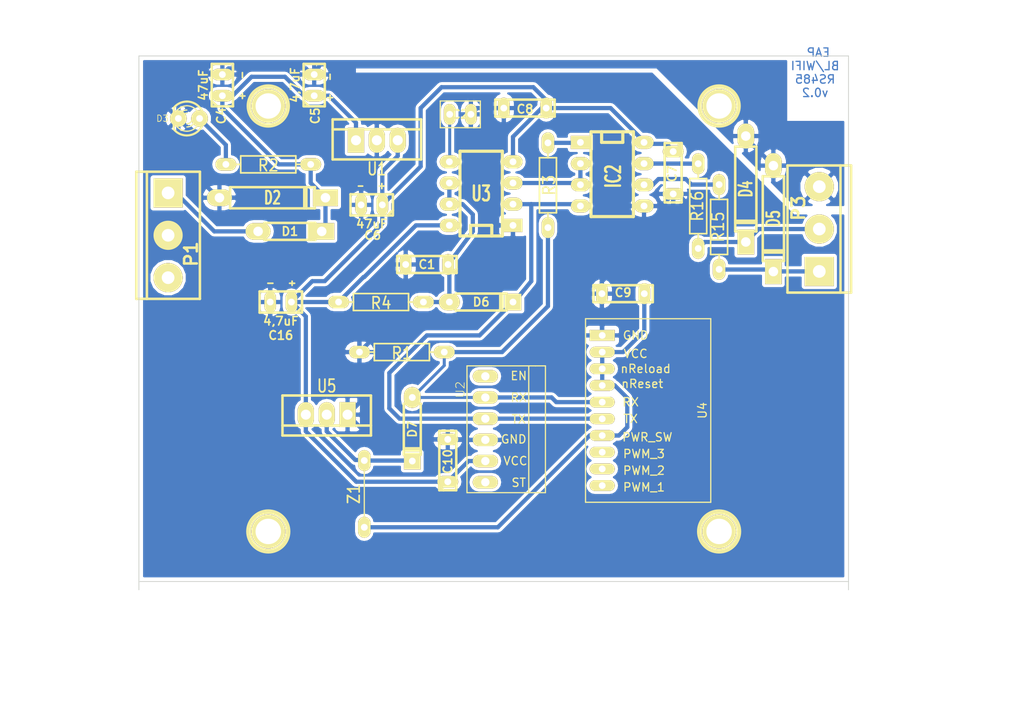
<source format=kicad_pcb>
(kicad_pcb (version 4) (host pcbnew 4.0.2-stable)

  (general
    (links 69)
    (no_connects 0)
    (area 75.714288 61.650001 201.999999 147.45)
    (thickness 1.6)
    (drawings 36)
    (tracks 222)
    (zones 0)
    (modules 36)
    (nets 19)
  )

  (page A4)
  (layers
    (0 Gorna jumper)
    (31 Dolna signal)
    (32 B.Adhes user hide)
    (33 F.Adhes user hide)
    (34 B.Paste user hide)
    (35 F.Paste user hide)
    (36 B.SilkS user hide)
    (37 F.SilkS user)
    (38 B.Mask user hide)
    (39 F.Mask user hide)
    (40 Dwgs.User user hide)
    (41 Cmts.User user)
    (42 Eco1.User user hide)
    (43 Eco2.User user hide)
    (44 Edge.Cuts user)
  )

  (setup
    (last_trace_width 0.36)
    (trace_clearance 0.254)
    (zone_clearance 0.36)
    (zone_45_only no)
    (trace_min 0.128)
    (segment_width 0.2)
    (edge_width 0.1)
    (via_size 0.889)
    (via_drill 0.635)
    (via_min_size 0.889)
    (via_min_drill 0.508)
    (uvia_size 0.508)
    (uvia_drill 0.127)
    (uvias_allowed no)
    (uvia_min_size 0.508)
    (uvia_min_drill 0.127)
    (pcb_text_width 0.3)
    (pcb_text_size 1.5 1.5)
    (mod_edge_width 0.15)
    (mod_text_size 1 1)
    (mod_text_width 0.15)
    (pad_size 3 2)
    (pad_drill 1.143)
    (pad_to_mask_clearance 0)
    (aux_axis_origin 0 0)
    (visible_elements 7FFFFFFF)
    (pcbplotparams
      (layerselection 0x00030_80000001)
      (usegerberextensions false)
      (excludeedgelayer true)
      (linewidth 0.150000)
      (plotframeref false)
      (viasonmask false)
      (mode 1)
      (useauxorigin false)
      (hpglpennumber 1)
      (hpglpenspeed 20)
      (hpglpendiameter 15)
      (hpglpenoverlay 2)
      (psnegative false)
      (psa4output false)
      (plotreference true)
      (plotvalue true)
      (plotinvisibletext false)
      (padsonsilk false)
      (subtractmaskfromsilk false)
      (outputformat 5)
      (mirror false)
      (drillshape 1)
      (scaleselection 1)
      (outputdirectory ""))
  )

  (net 0 "")
  (net 1 +5V)
  (net 2 A)
  (net 3 B)
  (net 4 DGND)
  (net 5 GND)
  (net 6 N-000005)
  (net 7 N-000006)
  (net 8 N-000007)
  (net 9 N-000008)
  (net 10 N-000010)
  (net 11 N-000011)
  (net 12 N-000012)
  (net 13 N-000013)
  (net 14 N-000016)
  (net 15 N-000017)
  (net 16 N-000021)
  (net 17 N-000023)
  (net 18 VCC)

  (net_class Default "To jest domyślna klasa połączeń."
    (clearance 0.254)
    (trace_width 0.36)
    (via_dia 0.889)
    (via_drill 0.635)
    (uvia_dia 0.508)
    (uvia_drill 0.127)
    (add_net N-000005)
    (add_net N-000008)
    (add_net N-000010)
  )

  (net_class G_Grube ""
    (clearance 0.508)
    (trace_width 3.5)
    (via_dia 0.889)
    (via_drill 0.635)
    (uvia_dia 0.508)
    (uvia_drill 0.127)
  )

  (net_class Grube ""
    (clearance 0.254)
    (trace_width 0.508)
    (via_dia 0.889)
    (via_drill 0.635)
    (uvia_dia 0.508)
    (uvia_drill 0.127)
    (add_net +5V)
    (add_net A)
    (add_net B)
    (add_net DGND)
    (add_net GND)
    (add_net N-000006)
    (add_net N-000007)
    (add_net N-000011)
    (add_net N-000012)
    (add_net N-000013)
    (add_net N-000016)
    (add_net N-000017)
    (add_net N-000021)
    (add_net N-000023)
    (add_net VCC)
  )

  (net_class pad ""
    (clearance 2.54)
    (trace_width 0.254)
    (via_dia 0.889)
    (via_drill 0.635)
    (uvia_dia 0.508)
    (uvia_drill 0.127)
  )

  (module Z (layer Gorna) (tedit 564E24B2) (tstamp 564CE307)
    (at 119 120.5 270)
    (descr "Resitance 3 pas")
    (tags R)
    (path /564CE20E)
    (autoplace_cost180 10)
    (fp_text reference Z1 (at 0 1.25 270) (layer F.SilkS)
      (effects (font (size 1.397 1.27) (thickness 0.2032)))
    )
    (fp_text value Z (at 0 -1 270) (layer F.SilkS) hide
      (effects (font (size 1.397 1.27) (thickness 0.2032)))
    )
    (fp_line (start 3 0) (end -3 0) (layer F.SilkS) (width 0.15))
    (pad 1 thru_hole oval (at -4 0 270) (size 2.5 1.5) (drill 0.8128) (layers *.Cu *.Mask F.SilkS)
      (net 11 N-000011))
    (pad 2 thru_hole oval (at 4 0 270) (size 2.5 1.5) (drill 0.8128) (layers *.Cu *.Mask F.SilkS)
      (net 13 N-000013))
    (model discret/resistor.wrl
      (at (xyz 0 0 0))
      (scale (xyz 0.3 0.3 0.3))
      (rotate (xyz 0 0 0))
    )
  )

  (module C-2_5 (layer Gorna) (tedit 564E0686) (tstamp 53710B31)
    (at 130.5 75)
    (descr "Condensateur e = 1 pas")
    (tags C)
    (path /5627C8DF)
    (fp_text reference C2 (at 0 0) (layer F.SilkS)
      (effects (font (size 1.016 1.016) (thickness 0.2032)))
    )
    (fp_text value 10nF (at 0 2.5) (layer F.SilkS) hide
      (effects (font (size 1.016 1.016) (thickness 0.2032)))
    )
    (fp_line (start -2.4 -1.6) (end 2.4 -1.6) (layer F.SilkS) (width 0.15))
    (fp_line (start 2.4 -1.6) (end 2.4 1.6) (layer F.SilkS) (width 0.15))
    (fp_line (start 2.4 1.6) (end -2.4 1.6) (layer F.SilkS) (width 0.15))
    (fp_line (start -2.4 1.6) (end -2.4 -1.6) (layer F.SilkS) (width 0.15))
    (pad 1 thru_hole oval (at -1.27 0) (size 1.397 2.5) (drill 0.8128) (layers *.Cu *.Mask F.SilkS)
      (net 6 N-000005))
    (pad 2 thru_hole oval (at 1.27 0) (size 1.397 2.5) (drill 0.8128) (layers *.Cu *.Mask F.SilkS)
      (net 4 DGND))
    (model discret/capa_1_pas.wrl
      (at (xyz 0 0 0))
      (scale (xyz 1 1 1))
      (rotate (xyz 0 0 0))
    )
  )

  (module HC-05 (layer Gorna) (tedit 564E0613) (tstamp 5639884E)
    (at 133.5 112.75 90)
    (path /5627D0BB)
    (attr virtual)
    (fp_text reference U2 (at 4.75 -3 90) (layer F.SilkS)
      (effects (font (size 1.016 1.016) (thickness 0.0889)))
    )
    (fp_text value HC-05 (at 0 6.4 90) (layer F.SilkS) hide
      (effects (font (size 1.016 1.016) (thickness 0.0889)))
    )
    (fp_text user ST (at -6.4 4 180) (layer F.SilkS)
      (effects (font (size 1 1) (thickness 0.15)))
    )
    (fp_text user EN (at 6.4 4 180) (layer F.SilkS)
      (effects (font (size 1 1) (thickness 0.15)))
    )
    (fp_text user RX (at 3.8 4 180) (layer F.SilkS)
      (effects (font (size 1 1) (thickness 0.15)))
    )
    (fp_text user TX (at 1.2 4 180) (layer F.SilkS)
      (effects (font (size 1 1) (thickness 0.15)))
    )
    (fp_line (start 7.6 6) (end 7.6 7.2) (layer F.SilkS) (width 0.15))
    (fp_line (start -7.6 6) (end -7.6 7.2) (layer F.SilkS) (width 0.15))
    (fp_text user GND (at -1.2 3.4 180) (layer F.SilkS)
      (effects (font (size 1 1) (thickness 0.15)))
    )
    (fp_text user VCC (at -3.8 3.6 180) (layer F.SilkS)
      (effects (font (size 1 1) (thickness 0.15)))
    )
    (fp_line (start 7.6 5.2) (end -7.6 5.2) (layer F.SilkS) (width 0.15))
    (fp_line (start 7.6 -2.2) (end -7.6 -2.2) (layer F.SilkS) (width 0.15))
    (fp_line (start 7.6 6) (end 7.6 -2.2) (layer F.SilkS) (width 0.15))
    (fp_line (start -7.6 7.2) (end 7.6 7.2) (layer F.SilkS) (width 0.15))
    (fp_line (start -7.6 -2.2) (end -7.6 6) (layer F.SilkS) (width 0.15))
    (pad 1 thru_hole oval (at -6.35 0 90) (size 1.50622 3.01498) (drill 0.99822) (layers *.Cu F.Paste F.SilkS F.Mask))
    (pad 2 thru_hole oval (at -3.81 0 90) (size 1.50622 3.01498) (drill 0.99822) (layers *.Cu F.Paste F.SilkS F.Mask)
      (net 1 +5V))
    (pad 3 thru_hole oval (at -1.27 0 90) (size 1.50622 3.01498) (drill 0.99822) (layers *.Cu F.Paste F.SilkS F.Mask)
      (net 4 DGND))
    (pad 4 thru_hole oval (at 1.27 0 90) (size 1.50622 3.01498) (drill 0.99822) (layers *.Cu F.Paste F.SilkS F.Mask)
      (net 8 N-000007))
    (pad 5 thru_hole oval (at 3.81 0 90) (size 1.50622 3.01498) (drill 0.99822) (layers *.Cu F.Paste F.SilkS F.Mask)
      (net 10 N-000010))
    (pad 6 thru_hole oval (at 6.35 0 90) (size 1.50622 3.01498) (drill 0.99822) (layers *.Cu F.Paste F.SilkS F.Mask))
  )

  (module USR-WIFI232-T (layer Gorna) (tedit 564E061B) (tstamp 56311521)
    (at 145.5 99.5 270)
    (path /56310D5A)
    (fp_text reference U4 (at 11 -14 270) (layer F.SilkS)
      (effects (font (size 1 1) (thickness 0.15)))
    )
    (fp_text value USR-WIFI232-T (at 10.8 -12.2 270) (layer F.SilkS) hide
      (effects (font (size 1 1) (thickness 0.15)))
    )
    (fp_text user PWM_1 (at 20.2 -7 360) (layer F.SilkS)
      (effects (font (size 1 1) (thickness 0.15)))
    )
    (fp_text user PWM_2 (at 18.2 -7 360) (layer F.SilkS)
      (effects (font (size 1 1) (thickness 0.15)))
    )
    (fp_text user PWM_3 (at 16.2 -7 360) (layer F.SilkS)
      (effects (font (size 1 1) (thickness 0.15)))
    )
    (fp_text user PWR_SW (at 14.2 -7.4 360) (layer F.SilkS)
      (effects (font (size 1 1) (thickness 0.15)))
    )
    (fp_text user TX (at 12 -5.4 360) (layer F.SilkS)
      (effects (font (size 1 1) (thickness 0.15)))
    )
    (fp_text user RX (at 10 -5.4 360) (layer F.SilkS)
      (effects (font (size 1 1) (thickness 0.15)))
    )
    (fp_text user nReset (at 7.8 -6.8 360) (layer F.SilkS)
      (effects (font (size 1 1) (thickness 0.15)))
    )
    (fp_text user nReload (at 6 -7.2 360) (layer F.SilkS)
      (effects (font (size 1 1) (thickness 0.15)))
    )
    (fp_text user VCC (at 4.2 -6 360) (layer F.SilkS)
      (effects (font (size 1 1) (thickness 0.15)))
    )
    (fp_text user GND (at 2 -6 360) (layer F.SilkS)
      (effects (font (size 1 1) (thickness 0.15)))
    )
    (fp_line (start 0 -15) (end 22 -15) (layer F.SilkS) (width 0.15))
    (fp_line (start 22 -15) (end 22 0) (layer F.SilkS) (width 0.15))
    (fp_line (start 22 0) (end 0 0) (layer F.SilkS) (width 0.15))
    (fp_line (start 0 -15) (end 0 0) (layer F.SilkS) (width 0.15))
    (pad 1 thru_hole rect (at 2 -2 270) (size 1.3 3) (drill 0.8128) (layers *.Cu *.Mask F.SilkS)
      (net 4 DGND))
    (pad 2 thru_hole oval (at 4 -2 270) (size 1.3 3) (drill 0.8128) (layers *.Cu *.Mask F.SilkS)
      (net 13 N-000013))
    (pad 3 thru_hole oval (at 6 -2 270) (size 1.3 3) (drill 0.8128) (layers *.Cu *.Mask F.SilkS)
      (net 13 N-000013))
    (pad 4 thru_hole oval (at 8 -2 270) (size 1.3 3) (drill 0.8128) (layers *.Cu *.Mask F.SilkS)
      (net 13 N-000013))
    (pad 5 thru_hole oval (at 10 -2 270) (size 1.3 3) (drill 0.8128) (layers *.Cu *.Mask F.SilkS)
      (net 10 N-000010))
    (pad 6 thru_hole oval (at 12 -2 270) (size 1.3 3) (drill 0.8128) (layers *.Cu *.Mask F.SilkS)
      (net 8 N-000007))
    (pad 7 thru_hole oval (at 14 -2 270) (size 1.3 3) (drill 0.8128) (layers *.Cu *.Mask F.SilkS)
      (net 13 N-000013))
    (pad 8 thru_hole oval (at 16 -2 270) (size 1.3 3) (drill 0.8128) (layers *.Cu *.Mask F.SilkS))
    (pad 9 thru_hole oval (at 18 -2 270) (size 1.3 3) (drill 0.8128) (layers *.Cu *.Mask F.SilkS))
    (pad 10 thru_hole oval (at 20 -2 270) (size 1.3 3) (drill 0.8128) (layers *.Cu *.Mask F.SilkS))
  )

  (module bornier3 (layer Gorna) (tedit 564E0D69) (tstamp 53A9F0C0)
    (at 95.5 89.5 270)
    (descr "Bornier d'alimentation 3 pins")
    (tags DEV)
    (path /53809C1F)
    (zone_connect 2)
    (fp_text reference P1 (at 2.25 -2.75 270) (layer F.SilkS)
      (effects (font (thickness 0.3048)))
    )
    (fp_text value 3_PIN (at 0.127 4.826 270) (layer F.SilkS) hide
      (effects (font (thickness 0.3048)))
    )
    (fp_line (start -7.62 3.81) (end -7.62 -3.81) (layer F.SilkS) (width 0.3048))
    (fp_line (start 7.62 3.81) (end 7.62 -3.81) (layer F.SilkS) (width 0.3048))
    (fp_line (start -7.62 2.54) (end 7.62 2.54) (layer F.SilkS) (width 0.3048))
    (fp_line (start -7.62 -3.81) (end 7.62 -3.81) (layer F.SilkS) (width 0.3048))
    (fp_line (start -7.62 3.81) (end 7.62 3.81) (layer F.SilkS) (width 0.3048))
    (pad 1 thru_hole rect (at -5.08 0 270) (size 3.5 3.5) (drill 1.524) (layers *.Cu *.Mask F.SilkS)
      (net 16 N-000021) (zone_connect 2))
    (pad 2 thru_hole circle (at 0 0 270) (size 3.5 3.5) (drill 1.524) (layers *.Cu *.Mask F.SilkS)
      (net 4 DGND) (zone_connect 2))
    (pad 3 thru_hole circle (at 5.08 0 270) (size 3.5 3.5) (drill 1.524) (layers *.Cu *.Mask F.SilkS)
      (net 5 GND) (zone_connect 2))
    (model device/bornier_3.wrl
      (at (xyz 0 0 0))
      (scale (xyz 1 1 1))
      (rotate (xyz 0 0 0))
    )
  )

  (module C-2_5 (layer Gorna) (tedit 563D1F8D) (tstamp 5381B71C)
    (at 119.888 85.852 180)
    (descr "Condensateur e = 1 pas")
    (tags C)
    (path /53C41E21)
    (fp_text reference C6 (at -0.112 -3.648 180) (layer F.SilkS)
      (effects (font (size 1.016 1.016) (thickness 0.2032)))
    )
    (fp_text value 47uF (at 0 -2.286 180) (layer F.SilkS)
      (effects (font (size 1.016 1.016) (thickness 0.2032)))
    )
    (fp_line (start -2.4892 -1.27) (end 2.54 -1.27) (layer F.SilkS) (width 0.3048))
    (fp_line (start 2.54 -1.27) (end 2.54 1.27) (layer F.SilkS) (width 0.3048))
    (fp_line (start 2.54 1.27) (end -2.54 1.27) (layer F.SilkS) (width 0.3048))
    (fp_line (start -2.54 1.27) (end -2.54 -1.27) (layer F.SilkS) (width 0.3048))
    (fp_line (start -2.54 -0.635) (end -1.905 -1.27) (layer F.SilkS) (width 0.3048))
    (pad 1 thru_hole oval (at -1.27 0 180) (size 1.397 2.5) (drill 0.8128) (layers *.Cu *.Mask F.SilkS)
      (net 1 +5V))
    (pad 2 thru_hole oval (at 1.27 0 180) (size 1.397 2.5) (drill 0.8128) (layers *.Cu *.Mask F.SilkS)
      (net 4 DGND))
    (model discret/capa_1_pas.wrl
      (at (xyz 0 0 0))
      (scale (xyz 1 1 1))
      (rotate (xyz 0 0 0))
    )
  )

  (module C-2_5 (layer Gorna) (tedit 53E3AA27) (tstamp 5381B727)
    (at 113 71.5 90)
    (descr "Condensateur e = 1 pas")
    (tags C)
    (path /53C42027)
    (fp_text reference C5 (at -3.683 0.127 90) (layer F.SilkS)
      (effects (font (size 1.016 1.016) (thickness 0.2032)))
    )
    (fp_text value 4,7uF (at 0 -2.286 90) (layer F.SilkS)
      (effects (font (size 1.016 1.016) (thickness 0.2032)))
    )
    (fp_line (start -2.4892 -1.27) (end 2.54 -1.27) (layer F.SilkS) (width 0.3048))
    (fp_line (start 2.54 -1.27) (end 2.54 1.27) (layer F.SilkS) (width 0.3048))
    (fp_line (start 2.54 1.27) (end -2.54 1.27) (layer F.SilkS) (width 0.3048))
    (fp_line (start -2.54 1.27) (end -2.54 -1.27) (layer F.SilkS) (width 0.3048))
    (fp_line (start -2.54 -0.635) (end -1.905 -1.27) (layer F.SilkS) (width 0.3048))
    (pad 1 thru_hole oval (at -1.27 0 90) (size 1.397 2.5) (drill 0.8128) (layers *.Cu *.Mask F.SilkS)
      (net 18 VCC))
    (pad 2 thru_hole oval (at 1.27 0 90) (size 1.397 2.5) (drill 0.8128) (layers *.Cu *.Mask F.SilkS)
      (net 4 DGND))
    (model discret/capa_1_pas.wrl
      (at (xyz 0 0 0))
      (scale (xyz 1 1 1))
      (rotate (xyz 0 0 0))
    )
  )

  (module R-10 (layer Gorna) (tedit 564E05DF) (tstamp 5381CA59)
    (at 107.5 81 180)
    (descr "Resitance 3 pas")
    (tags R)
    (path /53823C44)
    (autoplace_cost180 10)
    (fp_text reference R2 (at 0 -0.127 180) (layer F.SilkS)
      (effects (font (size 1.397 1.27) (thickness 0.2032)))
    )
    (fp_text value 3,9k (at 0 -1.905 180) (layer F.SilkS) hide
      (effects (font (size 1.397 1.27) (thickness 0.2032)))
    )
    (fp_line (start -3.81 0) (end -3.302 0) (layer F.SilkS) (width 0.2032))
    (fp_line (start 3.81 0) (end 3.302 0) (layer F.SilkS) (width 0.2032))
    (fp_line (start 3.302 0) (end 3.302 -1.016) (layer F.SilkS) (width 0.2032))
    (fp_line (start 3.302 -1.016) (end -3.302 -1.016) (layer F.SilkS) (width 0.2032))
    (fp_line (start -3.302 -1.016) (end -3.302 1.016) (layer F.SilkS) (width 0.2032))
    (fp_line (start -3.302 1.016) (end 3.302 1.016) (layer F.SilkS) (width 0.2032))
    (fp_line (start 3.302 1.016) (end 3.302 0) (layer F.SilkS) (width 0.2032))
    (pad 1 thru_hole oval (at -5.08 0 180) (size 2.5 1.5) (drill 0.8128) (layers *.Cu *.Mask F.SilkS)
      (net 18 VCC))
    (pad 2 thru_hole oval (at 5.08 0 180) (size 2.5 1.5) (drill 0.8128) (layers *.Cu *.Mask F.SilkS)
      (net 17 N-000023))
    (model discret/resistor.wrl
      (at (xyz 0 0 0))
      (scale (xyz 0.3 0.3 0.3))
      (rotate (xyz 0 0 0))
    )
  )

  (module R-10 (layer Gorna) (tedit 564E0662) (tstamp 563263B8)
    (at 141 83.5 90)
    (descr "Resitance 3 pas")
    (tags R)
    (path /5627D240)
    (autoplace_cost180 10)
    (fp_text reference R3 (at 0 0.127 90) (layer F.SilkS)
      (effects (font (size 1.397 1.27) (thickness 0.2032)))
    )
    (fp_text value 1_k (at 0 -1.905 90) (layer F.SilkS) hide
      (effects (font (size 1.397 1.27) (thickness 0.2032)))
    )
    (fp_line (start -3.81 0) (end -3.302 0) (layer F.SilkS) (width 0.2032))
    (fp_line (start 3.81 0) (end 3.302 0) (layer F.SilkS) (width 0.2032))
    (fp_line (start 3.302 0) (end 3.302 -1.016) (layer F.SilkS) (width 0.2032))
    (fp_line (start 3.302 -1.016) (end -3.302 -1.016) (layer F.SilkS) (width 0.2032))
    (fp_line (start -3.302 -1.016) (end -3.302 1.016) (layer F.SilkS) (width 0.2032))
    (fp_line (start -3.302 1.016) (end 3.302 1.016) (layer F.SilkS) (width 0.2032))
    (fp_line (start 3.302 1.016) (end 3.302 0) (layer F.SilkS) (width 0.2032))
    (pad 1 thru_hole oval (at -5.08 0 90) (size 2.5 1.5) (drill 0.8128) (layers *.Cu *.Mask F.SilkS)
      (net 10 N-000010))
    (pad 2 thru_hole oval (at 5.08 0 90) (size 2.5 1.5) (drill 0.8128) (layers *.Cu *.Mask F.SilkS)
      (net 7 N-000006))
    (model discret/resistor.wrl
      (at (xyz 0 0 0))
      (scale (xyz 0.3 0.3 0.3))
      (rotate (xyz 0 0 0))
    )
  )

  (module R-10 (layer Gorna) (tedit 564E0675) (tstamp 5381CA73)
    (at 121 97.5)
    (descr "Resitance 3 pas")
    (tags R)
    (path /5627C8B2)
    (autoplace_cost180 10)
    (fp_text reference R4 (at 0 0.127) (layer F.SilkS)
      (effects (font (size 1.397 1.27) (thickness 0.2032)))
    )
    (fp_text value 10k (at 0 -1.905) (layer F.SilkS) hide
      (effects (font (size 1.397 1.27) (thickness 0.2032)))
    )
    (fp_line (start -3.81 0) (end -3.302 0) (layer F.SilkS) (width 0.2032))
    (fp_line (start 3.81 0) (end 3.302 0) (layer F.SilkS) (width 0.2032))
    (fp_line (start 3.302 0) (end 3.302 -1.016) (layer F.SilkS) (width 0.2032))
    (fp_line (start 3.302 -1.016) (end -3.302 -1.016) (layer F.SilkS) (width 0.2032))
    (fp_line (start -3.302 -1.016) (end -3.302 1.016) (layer F.SilkS) (width 0.2032))
    (fp_line (start -3.302 1.016) (end 3.302 1.016) (layer F.SilkS) (width 0.2032))
    (fp_line (start 3.302 1.016) (end 3.302 0) (layer F.SilkS) (width 0.2032))
    (pad 1 thru_hole oval (at -5.08 0) (size 2.5 1.5) (drill 0.8128) (layers *.Cu *.Mask F.SilkS)
      (net 1 +5V))
    (pad 2 thru_hole oval (at 5.08 0) (size 2.5 1.5) (drill 0.8128) (layers *.Cu *.Mask F.SilkS)
      (net 12 N-000012))
    (model discret/resistor.wrl
      (at (xyz 0 0 0))
      (scale (xyz 0.3 0.3 0.3))
      (rotate (xyz 0 0 0))
    )
  )

  (module R-10 (layer Gorna) (tedit 564E0671) (tstamp 5381CA9A)
    (at 123.5 103.5)
    (descr "Resitance 3 pas")
    (tags R)
    (path /5627D246)
    (autoplace_cost180 10)
    (fp_text reference R1 (at 0 0.127) (layer F.SilkS)
      (effects (font (size 1.397 1.27) (thickness 0.2032)))
    )
    (fp_text value 2k (at 0 -1.905) (layer F.SilkS) hide
      (effects (font (size 1.397 1.27) (thickness 0.2032)))
    )
    (fp_line (start -3.81 0) (end -3.302 0) (layer F.SilkS) (width 0.2032))
    (fp_line (start 3.81 0) (end 3.302 0) (layer F.SilkS) (width 0.2032))
    (fp_line (start 3.302 0) (end 3.302 -1.016) (layer F.SilkS) (width 0.2032))
    (fp_line (start 3.302 -1.016) (end -3.302 -1.016) (layer F.SilkS) (width 0.2032))
    (fp_line (start -3.302 -1.016) (end -3.302 1.016) (layer F.SilkS) (width 0.2032))
    (fp_line (start -3.302 1.016) (end 3.302 1.016) (layer F.SilkS) (width 0.2032))
    (fp_line (start 3.302 1.016) (end 3.302 0) (layer F.SilkS) (width 0.2032))
    (pad 1 thru_hole oval (at -5.08 0) (size 2.5 1.5) (drill 0.8128) (layers *.Cu *.Mask F.SilkS)
      (net 4 DGND))
    (pad 2 thru_hole oval (at 5.08 0) (size 2.5 1.5) (drill 0.8128) (layers *.Cu *.Mask F.SilkS)
      (net 10 N-000010))
    (model discret/resistor.wrl
      (at (xyz 0 0 0))
      (scale (xyz 0.3 0.3 0.3))
      (rotate (xyz 0 0 0))
    )
  )

  (module DIP-8__300_ELL (layer Gorna) (tedit 564E064D) (tstamp 5380C441)
    (at 148.696 82.174 270)
    (descr "8 pins DIL package, elliptical pads")
    (tags DIL)
    (path /53820162)
    (fp_text reference IC2 (at 0.254 -0.127 270) (layer F.SilkS)
      (effects (font (size 1.778 1.143) (thickness 0.28575)))
    )
    (fp_text value ADM485 (at 0 0 270) (layer F.SilkS) hide
      (effects (font (size 1.778 1.016) (thickness 0.254)))
    )
    (fp_line (start -5.08 -1.27) (end -3.81 -1.27) (layer F.SilkS) (width 0.381))
    (fp_line (start -3.81 -1.27) (end -3.81 1.27) (layer F.SilkS) (width 0.381))
    (fp_line (start -3.81 1.27) (end -5.08 1.27) (layer F.SilkS) (width 0.381))
    (fp_line (start -5.08 -2.54) (end 5.08 -2.54) (layer F.SilkS) (width 0.381))
    (fp_line (start 5.08 -2.54) (end 5.08 2.54) (layer F.SilkS) (width 0.381))
    (fp_line (start 5.08 2.54) (end -5.08 2.54) (layer F.SilkS) (width 0.381))
    (fp_line (start -5.08 2.54) (end -5.08 -2.54) (layer F.SilkS) (width 0.381))
    (pad 1 thru_hole rect (at -3.81 3.81 270) (size 1.5748 2.286) (drill 0.8128) (layers *.Cu *.Mask F.SilkS)
      (net 7 N-000006))
    (pad 2 thru_hole oval (at -1.27 3.81 270) (size 1.5748 2.286) (drill 0.8128) (layers *.Cu *.Mask F.SilkS)
      (net 9 N-000008))
    (pad 3 thru_hole oval (at 1.27 3.81 270) (size 1.5748 2.286) (drill 0.8128) (layers *.Cu *.Mask F.SilkS)
      (net 9 N-000008))
    (pad 4 thru_hole oval (at 3.81 3.81 270) (size 1.5748 2.286) (drill 0.8128) (layers *.Cu *.Mask F.SilkS)
      (net 8 N-000007))
    (pad 5 thru_hole oval (at 3.81 -3.81 270) (size 1.5748 2.286) (drill 0.8128) (layers *.Cu *.Mask F.SilkS)
      (net 4 DGND))
    (pad 6 thru_hole oval (at 1.27 -3.81 270) (size 1.5748 2.286) (drill 0.8128) (layers *.Cu *.Mask F.SilkS)
      (net 2 A))
    (pad 7 thru_hole oval (at -1.27 -3.81 270) (size 1.5748 2.286) (drill 0.8128) (layers *.Cu *.Mask F.SilkS)
      (net 3 B))
    (pad 8 thru_hole oval (at -3.81 -3.81 270) (size 1.5748 2.286) (drill 0.8128) (layers *.Cu *.Mask F.SilkS)
      (net 1 +5V))
    (model dil/dil_8.wrl
      (at (xyz 0 0 0))
      (scale (xyz 1 1 1))
      (rotate (xyz 0 0 0))
    )
  )

  (module C-5 (layer Gorna) (tedit 564E0646) (tstamp 5381B732)
    (at 156 82 270)
    (descr "Condensateur e = 1 ou 2 pas")
    (tags C)
    (path /538E0ECE)
    (fp_text reference C7 (at 0.127 0.127 270) (layer F.SilkS)
      (effects (font (size 1.016 1.016) (thickness 0.2032)))
    )
    (fp_text value 100nF (at 0 -1.905 270) (layer F.SilkS) hide
      (effects (font (size 1.016 1.016) (thickness 0.2032)))
    )
    (fp_line (start -3.556 -1.016) (end 3.556 -1.016) (layer F.SilkS) (width 0.3048))
    (fp_line (start 3.556 -1.016) (end 3.556 1.016) (layer F.SilkS) (width 0.3048))
    (fp_line (start 3.556 1.016) (end -3.556 1.016) (layer F.SilkS) (width 0.3048))
    (fp_line (start -3.556 1.016) (end -3.556 -1.016) (layer F.SilkS) (width 0.3048))
    (fp_line (start -3.556 -0.508) (end -3.048 -1.016) (layer F.SilkS) (width 0.3048))
    (pad 1 thru_hole oval (at -2.54 0 270) (size 1.397 2.5) (drill 0.8128) (layers *.Cu *.Mask F.SilkS)
      (net 1 +5V))
    (pad 2 thru_hole oval (at 2.54 0 270) (size 1.397 2.5) (drill 0.8128) (layers *.Cu *.Mask F.SilkS)
      (net 4 DGND))
    (model discret/capa_2pas_5x5mm.wrl
      (at (xyz 0 0 0))
      (scale (xyz 1 1 1))
      (rotate (xyz 0 0 0))
    )
  )

  (module C-5 (layer Gorna) (tedit 564E065E) (tstamp 562FB551)
    (at 138.25 74.25 180)
    (descr "Condensateur e = 1 ou 2 pas")
    (tags C)
    (path /53908383)
    (fp_text reference C8 (at 0 -0.127 180) (layer F.SilkS)
      (effects (font (size 1.016 1.016) (thickness 0.2032)))
    )
    (fp_text value 100nF (at 0 -1.905 180) (layer F.SilkS) hide
      (effects (font (size 1.016 1.016) (thickness 0.2032)))
    )
    (fp_line (start -3.556 -1.016) (end 3.556 -1.016) (layer F.SilkS) (width 0.3048))
    (fp_line (start 3.556 -1.016) (end 3.556 1.016) (layer F.SilkS) (width 0.3048))
    (fp_line (start 3.556 1.016) (end -3.556 1.016) (layer F.SilkS) (width 0.3048))
    (fp_line (start -3.556 1.016) (end -3.556 -1.016) (layer F.SilkS) (width 0.3048))
    (fp_line (start -3.556 -0.508) (end -3.048 -1.016) (layer F.SilkS) (width 0.3048))
    (pad 1 thru_hole oval (at -2.54 0 180) (size 1.397 2.5) (drill 0.8128) (layers *.Cu *.Mask F.SilkS)
      (net 1 +5V))
    (pad 2 thru_hole oval (at 2.54 0 180) (size 1.397 2.5) (drill 0.8128) (layers *.Cu *.Mask F.SilkS)
      (net 4 DGND))
    (model discret/capa_2pas_5x5mm.wrl
      (at (xyz 0 0 0))
      (scale (xyz 1 1 1))
      (rotate (xyz 0 0 0))
    )
  )

  (module C-5 (layer Gorna) (tedit 564E067E) (tstamp 5384B4FD)
    (at 150 96.5)
    (descr "Condensateur e = 1 ou 2 pas")
    (tags C)
    (path /53908389)
    (fp_text reference C9 (at 0 -0.127) (layer F.SilkS)
      (effects (font (size 1.016 1.016) (thickness 0.2032)))
    )
    (fp_text value 100nF (at 0 -1.905) (layer F.SilkS) hide
      (effects (font (size 1.016 1.016) (thickness 0.2032)))
    )
    (fp_line (start -3.556 -1.016) (end 3.556 -1.016) (layer F.SilkS) (width 0.3048))
    (fp_line (start 3.556 -1.016) (end 3.556 1.016) (layer F.SilkS) (width 0.3048))
    (fp_line (start 3.556 1.016) (end -3.556 1.016) (layer F.SilkS) (width 0.3048))
    (fp_line (start -3.556 1.016) (end -3.556 -1.016) (layer F.SilkS) (width 0.3048))
    (fp_line (start -3.556 -0.508) (end -3.048 -1.016) (layer F.SilkS) (width 0.3048))
    (pad 1 thru_hole oval (at -2.54 0) (size 1.397 2.5) (drill 0.8128) (layers *.Cu *.Mask F.SilkS)
      (net 4 DGND))
    (pad 2 thru_hole oval (at 2.54 0) (size 1.397 2.5) (drill 0.8128) (layers *.Cu *.Mask F.SilkS)
      (net 13 N-000013))
    (model discret/capa_2pas_5x5mm.wrl
      (at (xyz 0 0 0))
      (scale (xyz 1 1 1))
      (rotate (xyz 0 0 0))
    )
  )

  (module C-5 (layer Gorna) (tedit 564E060E) (tstamp 5384B508)
    (at 129 116.5 90)
    (descr "Condensateur e = 1 ou 2 pas")
    (tags C)
    (path /5390838F)
    (fp_text reference C10 (at -0.127 0 90) (layer F.SilkS)
      (effects (font (size 1.016 1.016) (thickness 0.2032)))
    )
    (fp_text value 100nF (at 0 -1.905 90) (layer F.SilkS) hide
      (effects (font (size 1.016 1.016) (thickness 0.2032)))
    )
    (fp_line (start -3.556 -1.016) (end 3.556 -1.016) (layer F.SilkS) (width 0.3048))
    (fp_line (start 3.556 -1.016) (end 3.556 1.016) (layer F.SilkS) (width 0.3048))
    (fp_line (start 3.556 1.016) (end -3.556 1.016) (layer F.SilkS) (width 0.3048))
    (fp_line (start -3.556 1.016) (end -3.556 -1.016) (layer F.SilkS) (width 0.3048))
    (fp_line (start -3.556 -0.508) (end -3.048 -1.016) (layer F.SilkS) (width 0.3048))
    (pad 1 thru_hole oval (at -2.54 0 90) (size 1.397 2.5) (drill 0.8128) (layers *.Cu *.Mask F.SilkS)
      (net 1 +5V))
    (pad 2 thru_hole oval (at 2.54 0 90) (size 1.397 2.5) (drill 0.8128) (layers *.Cu *.Mask F.SilkS)
      (net 4 DGND))
    (model discret/capa_2pas_5x5mm.wrl
      (at (xyz 0 0 0))
      (scale (xyz 1 1 1))
      (rotate (xyz 0 0 0))
    )
  )

  (module R-10 (layer Gorna) (tedit 564E0640) (tstamp 53BC332A)
    (at 161.5 88.5 90)
    (descr "Resitance 3 pas")
    (tags R)
    (path /538ACD2A)
    (autoplace_cost180 10)
    (fp_text reference R15 (at 0 -0.127 90) (layer F.SilkS)
      (effects (font (size 1.397 1.27) (thickness 0.2032)))
    )
    (fp_text value 10R (at 0 -0.127 90) (layer F.SilkS) hide
      (effects (font (size 1.397 1.27) (thickness 0.2032)))
    )
    (fp_line (start -3.81 0) (end -3.302 0) (layer F.SilkS) (width 0.2032))
    (fp_line (start 3.81 0) (end 3.302 0) (layer F.SilkS) (width 0.2032))
    (fp_line (start 3.302 0) (end 3.302 -1.016) (layer F.SilkS) (width 0.2032))
    (fp_line (start 3.302 -1.016) (end -3.302 -1.016) (layer F.SilkS) (width 0.2032))
    (fp_line (start -3.302 -1.016) (end -3.302 1.016) (layer F.SilkS) (width 0.2032))
    (fp_line (start -3.302 1.016) (end 3.302 1.016) (layer F.SilkS) (width 0.2032))
    (fp_line (start 3.302 1.016) (end 3.302 0) (layer F.SilkS) (width 0.2032))
    (pad 1 thru_hole oval (at -5.08 0 90) (size 2.5 1.5) (drill 0.8128) (layers *.Cu *.Mask F.SilkS)
      (net 15 N-000017))
    (pad 2 thru_hole oval (at 5.08 0 90) (size 2.5 1.5) (drill 0.8128) (layers *.Cu *.Mask F.SilkS)
      (net 2 A))
    (model discret/resistor.wrl
      (at (xyz 0 0 0))
      (scale (xyz 0.3 0.3 0.3))
      (rotate (xyz 0 0 0))
    )
  )

  (module R-10 (layer Gorna) (tedit 564E063A) (tstamp 538ACF84)
    (at 159 86 90)
    (descr "Resitance 3 pas")
    (tags R)
    (path /538ACD39)
    (autoplace_cost180 10)
    (fp_text reference R16 (at 0 -0.127 90) (layer F.SilkS)
      (effects (font (size 1.397 1.27) (thickness 0.2032)))
    )
    (fp_text value 10R (at 0 -0.127 90) (layer F.SilkS) hide
      (effects (font (size 1.397 1.27) (thickness 0.2032)))
    )
    (fp_line (start -3.81 0) (end -3.302 0) (layer F.SilkS) (width 0.2032))
    (fp_line (start 3.81 0) (end 3.302 0) (layer F.SilkS) (width 0.2032))
    (fp_line (start 3.302 0) (end 3.302 -1.016) (layer F.SilkS) (width 0.2032))
    (fp_line (start 3.302 -1.016) (end -3.302 -1.016) (layer F.SilkS) (width 0.2032))
    (fp_line (start -3.302 -1.016) (end -3.302 1.016) (layer F.SilkS) (width 0.2032))
    (fp_line (start -3.302 1.016) (end 3.302 1.016) (layer F.SilkS) (width 0.2032))
    (fp_line (start 3.302 1.016) (end 3.302 0) (layer F.SilkS) (width 0.2032))
    (pad 1 thru_hole oval (at -5.08 0 90) (size 2.5 1.5) (drill 0.8128) (layers *.Cu *.Mask F.SilkS)
      (net 14 N-000016))
    (pad 2 thru_hole oval (at 5.08 0 90) (size 2.5 1.5) (drill 0.8128) (layers *.Cu *.Mask F.SilkS)
      (net 3 B))
    (model discret/resistor.wrl
      (at (xyz 0 0 0))
      (scale (xyz 0.3 0.3 0.3))
      (rotate (xyz 0 0 0))
    )
  )

  (module C-2_5 (layer Gorna) (tedit 53E3AA21) (tstamp 53BD7F3D)
    (at 102 71.5 90)
    (descr "Condensateur e = 1 pas")
    (tags C)
    (path /53810A83)
    (fp_text reference C4 (at -3.683 -0.127 90) (layer F.SilkS)
      (effects (font (size 1.016 1.016) (thickness 0.2032)))
    )
    (fp_text value 47uF (at 0 -2.286 90) (layer F.SilkS)
      (effects (font (size 1.016 1.016) (thickness 0.2032)))
    )
    (fp_line (start -2.4892 -1.27) (end 2.54 -1.27) (layer F.SilkS) (width 0.3048))
    (fp_line (start 2.54 -1.27) (end 2.54 1.27) (layer F.SilkS) (width 0.3048))
    (fp_line (start 2.54 1.27) (end -2.54 1.27) (layer F.SilkS) (width 0.3048))
    (fp_line (start -2.54 1.27) (end -2.54 -1.27) (layer F.SilkS) (width 0.3048))
    (fp_line (start -2.54 -0.635) (end -1.905 -1.27) (layer F.SilkS) (width 0.3048))
    (pad 1 thru_hole oval (at -1.27 0 90) (size 1.397 2.5) (drill 0.8128) (layers *.Cu *.Mask F.SilkS)
      (net 18 VCC))
    (pad 2 thru_hole oval (at 1.27 0 90) (size 1.397 2.5) (drill 0.8128) (layers *.Cu *.Mask F.SilkS)
      (net 4 DGND))
    (model discret/capa_1_pas.wrl
      (at (xyz 0 0 0))
      (scale (xyz 1 1 1))
      (rotate (xyz 0 0 0))
    )
  )

  (module 7805 (layer Gorna) (tedit 564E05D2) (tstamp 53A9F195)
    (at 120.502 78.11)
    (descr "TO220-L32, 3 pins, 2.5mm pitch")
    (tags "Transistor DEV")
    (path /536FB6E6)
    (autoplace_cost90 10)
    (autoplace_cost180 10)
    (fp_text reference U1 (at 0 3.429) (layer F.SilkS)
      (effects (font (size 1.524 1.143) (thickness 0.2032)))
    )
    (fp_text value 7805 (at 0 4.0005) (layer F.SilkS) hide
      (effects (font (size 1.524 1.143) (thickness 0.2032)))
    )
    (fp_line (start -5.2959 -1.30556) (end 5.30098 -1.30556) (layer F.SilkS) (width 0.3048))
    (fp_line (start 5.30098 2.29616) (end 5.30098 -2.5019) (layer F.SilkS) (width 0.3048))
    (fp_line (start 5.30098 -2.5019) (end -5.2959 -2.5019) (layer F.SilkS) (width 0.3048))
    (fp_line (start -5.2959 -2.5019) (end -5.2959 2.29616) (layer F.SilkS) (width 0.3048))
    (fp_line (start -5.2959 2.29616) (end 5.30098 2.29616) (layer F.SilkS) (width 0.3048))
    (pad VI thru_hole rect (at -2.49682 0) (size 1.95 3) (drill 1.20142) (layers *.Cu *.Mask F.SilkS)
      (net 18 VCC))
    (pad GND thru_hole oval (at 0 0) (size 1.95 3) (drill 1.20142) (layers *.Cu *.Mask F.SilkS)
      (net 4 DGND))
    (pad VO thru_hole oval (at 2.5019 0) (size 1.95 3) (drill 1.20142) (layers *.Cu *.Mask F.SilkS)
      (net 1 +5V))
    (model oaa/TO220.wrl
      (at (xyz 0 0 0))
      (scale (xyz 1 1 1))
      (rotate (xyz 0 0 0))
    )
  )

  (module bornier3 (layer Gorna) (tedit 564E0D61) (tstamp 53A9B168)
    (at 173.5 88.75 90)
    (descr "Bornier d'alimentation 3 pins")
    (tags DEV)
    (path /53A9B36A)
    (fp_text reference P3 (at 2.5 -2.5 90) (layer F.SilkS)
      (effects (font (thickness 0.3048)))
    )
    (fp_text value 3_PIN (at 0.381 -2.54 90) (layer F.SilkS) hide
      (effects (font (thickness 0.3048)))
    )
    (fp_line (start -7.62 3.81) (end -7.62 -3.81) (layer F.SilkS) (width 0.3048))
    (fp_line (start 7.62 3.81) (end 7.62 -3.81) (layer F.SilkS) (width 0.3048))
    (fp_line (start -7.62 2.54) (end 7.62 2.54) (layer F.SilkS) (width 0.3048))
    (fp_line (start -7.62 -3.81) (end 7.62 -3.81) (layer F.SilkS) (width 0.3048))
    (fp_line (start -7.62 3.81) (end 7.62 3.81) (layer F.SilkS) (width 0.3048))
    (pad 1 thru_hole rect (at -5.08 0 90) (size 3.5 3.5) (drill 1.524) (layers *.Cu *.Mask F.SilkS)
      (net 15 N-000017))
    (pad 2 thru_hole circle (at 0 0 90) (size 3.5 3.5) (drill 1.524) (layers *.Cu *.Mask F.SilkS)
      (net 14 N-000016))
    (pad 3 thru_hole circle (at 5.08 0 90) (size 3.5 3.5) (drill 1.524) (layers *.Cu *.Mask F.SilkS)
      (net 4 DGND))
    (model device/bornier_3.wrl
      (at (xyz 0 0 0))
      (scale (xyz 1 1 1))
      (rotate (xyz 0 0 0))
    )
  )

  (module LED-3MM (layer Gorna) (tedit 5638EC40) (tstamp 547E21C8)
    (at 98 75.5 180)
    (descr "LED 3mm - Lead pitch 100mil (2,54mm)")
    (tags "LED led 3mm 3MM 100mil 2,54mm")
    (path /53823C35)
    (fp_text reference D3 (at 3.175 0 180) (layer F.SilkS)
      (effects (font (size 0.762 0.762) (thickness 0.0889)))
    )
    (fp_text value LED (at 0 2.54 180) (layer F.SilkS) hide
      (effects (font (size 0.762 0.762) (thickness 0.0889)))
    )
    (fp_line (start 1.8288 1.27) (end 1.8288 -1.27) (layer F.SilkS) (width 0.254))
    (fp_arc (start 0.254 0) (end -1.27 0) (angle 39.8) (layer F.SilkS) (width 0.1524))
    (fp_arc (start 0.254 0) (end -0.88392 1.01092) (angle 41.6) (layer F.SilkS) (width 0.1524))
    (fp_arc (start 0.254 0) (end 1.4097 -0.9906) (angle 40.6) (layer F.SilkS) (width 0.1524))
    (fp_arc (start 0.254 0) (end 1.778 0) (angle 39.8) (layer F.SilkS) (width 0.1524))
    (fp_arc (start 0.254 0) (end 0.254 -1.524) (angle 54.4) (layer F.SilkS) (width 0.1524))
    (fp_arc (start 0.254 0) (end -0.9652 -0.9144) (angle 53.1) (layer F.SilkS) (width 0.1524))
    (fp_arc (start 0.254 0) (end 1.45542 0.93472) (angle 52.1) (layer F.SilkS) (width 0.1524))
    (fp_arc (start 0.254 0) (end 0.254 1.524) (angle 52.1) (layer F.SilkS) (width 0.1524))
    (fp_arc (start 0.254 0) (end -0.381 0) (angle 90) (layer F.SilkS) (width 0.1524))
    (fp_arc (start 0.254 0) (end -0.762 0) (angle 90) (layer F.SilkS) (width 0.1524))
    (fp_arc (start 0.254 0) (end 0.889 0) (angle 90) (layer F.SilkS) (width 0.1524))
    (fp_arc (start 0.254 0) (end 1.27 0) (angle 90) (layer F.SilkS) (width 0.1524))
    (fp_arc (start 0.254 0) (end 0.254 -2.032) (angle 50.1) (layer F.SilkS) (width 0.254))
    (fp_arc (start 0.254 0) (end -1.5367 -0.95504) (angle 61.9) (layer F.SilkS) (width 0.254))
    (fp_arc (start 0.254 0) (end 1.8034 1.31064) (angle 49.7) (layer F.SilkS) (width 0.254))
    (fp_arc (start 0.254 0) (end 0.254 2.032) (angle 60.2) (layer F.SilkS) (width 0.254))
    (fp_arc (start 0.254 0) (end -1.778 0) (angle 28.3) (layer F.SilkS) (width 0.254))
    (fp_arc (start 0.254 0) (end -1.47574 1.06426) (angle 31.6) (layer F.SilkS) (width 0.254))
    (pad 1 thru_hole circle (at -1.27 0 180) (size 2 2) (drill 0.8128) (layers *.Cu *.Mask F.SilkS)
      (net 17 N-000023))
    (pad 2 thru_hole circle (at 1.27 0 180) (size 2 2) (drill 0.8128) (layers *.Cu *.Mask F.SilkS)
      (net 4 DGND))
    (model discret/leds/led3_vertical_verde.wrl
      (at (xyz 0 0 0))
      (scale (xyz 1 1 1))
      (rotate (xyz 0 0 0))
    )
  )

  (module C-2_5 (layer Gorna) (tedit 563D1F78) (tstamp 564CC28E)
    (at 109 97.5 180)
    (descr "Condensateur e = 1 pas")
    (tags C)
    (path /53C42231)
    (fp_text reference C16 (at 0 -4 180) (layer F.SilkS)
      (effects (font (size 1.016 1.016) (thickness 0.2032)))
    )
    (fp_text value 4,7uF (at 0 -2.286 180) (layer F.SilkS)
      (effects (font (size 1.016 1.016) (thickness 0.2032)))
    )
    (fp_line (start -2.4892 -1.27) (end 2.54 -1.27) (layer F.SilkS) (width 0.3048))
    (fp_line (start 2.54 -1.27) (end 2.54 1.27) (layer F.SilkS) (width 0.3048))
    (fp_line (start 2.54 1.27) (end -2.54 1.27) (layer F.SilkS) (width 0.3048))
    (fp_line (start -2.54 1.27) (end -2.54 -1.27) (layer F.SilkS) (width 0.3048))
    (fp_line (start -2.54 -0.635) (end -1.905 -1.27) (layer F.SilkS) (width 0.3048))
    (pad 1 thru_hole oval (at -1.27 0 180) (size 1.397 2.5) (drill 0.8128) (layers *.Cu *.Mask F.SilkS)
      (net 1 +5V))
    (pad 2 thru_hole oval (at 1.27 0 180) (size 1.397 2.5) (drill 0.8128) (layers *.Cu *.Mask F.SilkS)
      (net 4 DGND))
    (model discret/capa_1_pas.wrl
      (at (xyz 0 0 0))
      (scale (xyz 1 1 1))
      (rotate (xyz 0 0 0))
    )
  )

  (module DIP-8__300_ELL (layer Gorna) (tedit 564E0666) (tstamp 5637BE10)
    (at 133 84.5 90)
    (descr "8 pins DIL package, elliptical pads")
    (tags DIL)
    (path /5627C7B5)
    (fp_text reference U3 (at 0 0 180) (layer F.SilkS)
      (effects (font (size 1.778 1.143) (thickness 0.3048)))
    )
    (fp_text value NE555 (at 0 0 90) (layer F.SilkS) hide
      (effects (font (size 1.778 1.016) (thickness 0.254)))
    )
    (fp_line (start -5.08 -1.27) (end -3.81 -1.27) (layer F.SilkS) (width 0.381))
    (fp_line (start -3.81 -1.27) (end -3.81 1.27) (layer F.SilkS) (width 0.381))
    (fp_line (start -3.81 1.27) (end -5.08 1.27) (layer F.SilkS) (width 0.381))
    (fp_line (start -5.08 -2.54) (end 5.08 -2.54) (layer F.SilkS) (width 0.381))
    (fp_line (start 5.08 -2.54) (end 5.08 2.54) (layer F.SilkS) (width 0.381))
    (fp_line (start 5.08 2.54) (end -5.08 2.54) (layer F.SilkS) (width 0.381))
    (fp_line (start -5.08 2.54) (end -5.08 -2.54) (layer F.SilkS) (width 0.381))
    (pad 1 thru_hole rect (at -3.81 3.81 90) (size 1.5748 2.286) (drill 0.8128) (layers *.Cu *.Mask F.SilkS)
      (net 4 DGND))
    (pad 2 thru_hole oval (at -1.27 3.81 90) (size 1.5748 2.286) (drill 0.8128) (layers *.Cu *.Mask F.SilkS)
      (net 8 N-000007))
    (pad 3 thru_hole oval (at 1.27 3.81 90) (size 1.5748 2.286) (drill 0.8128) (layers *.Cu *.Mask F.SilkS)
      (net 9 N-000008))
    (pad 4 thru_hole oval (at 3.81 3.81 90) (size 1.5748 2.286) (drill 0.8128) (layers *.Cu *.Mask F.SilkS)
      (net 1 +5V))
    (pad 5 thru_hole oval (at 3.81 -3.81 90) (size 1.5748 2.286) (drill 0.8128) (layers *.Cu *.Mask F.SilkS)
      (net 6 N-000005))
    (pad 6 thru_hole oval (at 1.27 -3.81 90) (size 1.5748 2.286) (drill 0.8128) (layers *.Cu *.Mask F.SilkS)
      (net 12 N-000012))
    (pad 7 thru_hole oval (at -1.27 -3.81 90) (size 1.5748 2.286) (drill 0.8128) (layers *.Cu *.Mask F.SilkS)
      (net 12 N-000012))
    (pad 8 thru_hole oval (at -3.81 -3.81 90) (size 1.5748 2.286) (drill 0.8128) (layers *.Cu *.Mask F.SilkS)
      (net 1 +5V))
    (model dil/dil_8.wrl
      (at (xyz 0 0 0))
      (scale (xyz 1 1 1))
      (rotate (xyz 0 0 0))
    )
  )

  (module C-5 (layer Gorna) (tedit 564E066E) (tstamp 53710B3C)
    (at 126.5 93 180)
    (descr "Condensateur e = 1 ou 2 pas")
    (tags C)
    (path /5627C8D0)
    (fp_text reference C1 (at 0 0 180) (layer F.SilkS)
      (effects (font (size 1.016 1.016) (thickness 0.2032)))
    )
    (fp_text value 220nF (at 0 -1.905 180) (layer F.SilkS) hide
      (effects (font (size 1.016 1.016) (thickness 0.2032)))
    )
    (fp_line (start -3.556 -1.016) (end 3.556 -1.016) (layer F.SilkS) (width 0.3048))
    (fp_line (start 3.556 -1.016) (end 3.556 1.016) (layer F.SilkS) (width 0.3048))
    (fp_line (start 3.556 1.016) (end -3.556 1.016) (layer F.SilkS) (width 0.3048))
    (fp_line (start -3.556 1.016) (end -3.556 -1.016) (layer F.SilkS) (width 0.3048))
    (fp_line (start -3.556 -0.508) (end -3.048 -1.016) (layer F.SilkS) (width 0.3048))
    (pad 1 thru_hole oval (at -2.54 0 180) (size 1.397 2.5) (drill 0.8128) (layers *.Cu *.Mask F.SilkS)
      (net 12 N-000012))
    (pad 2 thru_hole oval (at 2.54 0 180) (size 1.397 2.5) (drill 0.8128) (layers *.Cu *.Mask F.SilkS)
      (net 4 DGND))
    (model discret/capa_2pas_5x5mm.wrl
      (at (xyz 0 0 0))
      (scale (xyz 1 1 1))
      (rotate (xyz 0 0 0))
    )
  )

  (module D5-BOLD (layer Gorna) (tedit 564E0625) (tstamp 54564A6E)
    (at 168 87.5 270)
    (descr "Diode 5 pas")
    (tags "DIODE DEV")
    (path /53863744)
    (fp_text reference D5 (at 0 0 270) (layer F.SilkS)
      (effects (font (size 1.524 1.016) (thickness 0.3048)))
    )
    (fp_text value Tr_15V (at -0.254 0 270) (layer F.SilkS) hide
      (effects (font (size 1.524 1.016) (thickness 0.254)))
    )
    (fp_line (start 6.35 0) (end 5.08 0) (layer F.SilkS) (width 0.3048))
    (fp_line (start 5.08 0) (end 5.08 -1.27) (layer F.SilkS) (width 0.3048))
    (fp_line (start 5.08 -1.27) (end -5.08 -1.27) (layer F.SilkS) (width 0.3048))
    (fp_line (start -5.08 -1.27) (end -5.08 0) (layer F.SilkS) (width 0.3048))
    (fp_line (start -5.08 0) (end -6.35 0) (layer F.SilkS) (width 0.3048))
    (fp_line (start -5.08 0) (end -5.08 1.27) (layer F.SilkS) (width 0.3048))
    (fp_line (start -5.08 1.27) (end 5.08 1.27) (layer F.SilkS) (width 0.3048))
    (fp_line (start 5.08 1.27) (end 5.08 0) (layer F.SilkS) (width 0.3048))
    (fp_line (start 3.81 -1.27) (end 3.81 1.27) (layer F.SilkS) (width 0.3048))
    (fp_line (start 4.064 -1.27) (end 4.064 1.27) (layer F.SilkS) (width 0.3048))
    (pad 1 thru_hole oval (at -6.35 0 270) (size 3 2) (drill 1.143) (layers *.Cu *.Mask F.SilkS)
      (net 4 DGND))
    (pad 2 thru_hole rect (at 6.35 0 270) (size 3 2) (drill 1.143) (layers *.Cu *.Mask F.SilkS)
      (net 15 N-000017))
    (model discret/diode.wrl
      (at (xyz 0 0 0))
      (scale (xyz 0.5 0.5 0.5))
      (rotate (xyz 0 0 0))
    )
  )

  (module D5-BOLD (layer Gorna) (tedit 564E05F6) (tstamp 5381CB1C)
    (at 108 85)
    (descr "Diode 5 pas")
    (tags "DIODE DEV")
    (path /53810D7E)
    (fp_text reference D2 (at 0 0) (layer F.SilkS)
      (effects (font (size 1.524 1.016) (thickness 0.3048)))
    )
    (fp_text value Tr_30V (at -0.254 0) (layer F.SilkS) hide
      (effects (font (size 1.524 1.016) (thickness 0.254)))
    )
    (fp_line (start 6.35 0) (end 5.08 0) (layer F.SilkS) (width 0.3048))
    (fp_line (start 5.08 0) (end 5.08 -1.27) (layer F.SilkS) (width 0.3048))
    (fp_line (start 5.08 -1.27) (end -5.08 -1.27) (layer F.SilkS) (width 0.3048))
    (fp_line (start -5.08 -1.27) (end -5.08 0) (layer F.SilkS) (width 0.3048))
    (fp_line (start -5.08 0) (end -6.35 0) (layer F.SilkS) (width 0.3048))
    (fp_line (start -5.08 0) (end -5.08 1.27) (layer F.SilkS) (width 0.3048))
    (fp_line (start -5.08 1.27) (end 5.08 1.27) (layer F.SilkS) (width 0.3048))
    (fp_line (start 5.08 1.27) (end 5.08 0) (layer F.SilkS) (width 0.3048))
    (fp_line (start 3.81 -1.27) (end 3.81 1.27) (layer F.SilkS) (width 0.3048))
    (fp_line (start 4.064 -1.27) (end 4.064 1.27) (layer F.SilkS) (width 0.3048))
    (pad 1 thru_hole oval (at -6.35 0) (size 3 2) (drill 1.143) (layers *.Cu *.Mask F.SilkS)
      (net 4 DGND))
    (pad 2 thru_hole rect (at 6.35 0) (size 3 2) (drill 1.143) (layers *.Cu *.Mask F.SilkS)
      (net 18 VCC))
    (model discret/diode.wrl
      (at (xyz 0 0 0))
      (scale (xyz 0.5 0.5 0.5))
      (rotate (xyz 0 0 0))
    )
  )

  (module D5-BOLD (layer Gorna) (tedit 564E062E) (tstamp 5381CA18)
    (at 164.698 83.952 270)
    (descr "Diode 5 pas")
    (tags "DIODE DEV")
    (path /53863CB0)
    (fp_text reference D4 (at 0 0 270) (layer F.SilkS)
      (effects (font (size 1.524 1.016) (thickness 0.3048)))
    )
    (fp_text value Tr_15V (at -0.254 0 270) (layer F.SilkS) hide
      (effects (font (size 1.524 1.016) (thickness 0.254)))
    )
    (fp_line (start 6.35 0) (end 5.08 0) (layer F.SilkS) (width 0.3048))
    (fp_line (start 5.08 0) (end 5.08 -1.27) (layer F.SilkS) (width 0.3048))
    (fp_line (start 5.08 -1.27) (end -5.08 -1.27) (layer F.SilkS) (width 0.3048))
    (fp_line (start -5.08 -1.27) (end -5.08 0) (layer F.SilkS) (width 0.3048))
    (fp_line (start -5.08 0) (end -6.35 0) (layer F.SilkS) (width 0.3048))
    (fp_line (start -5.08 0) (end -5.08 1.27) (layer F.SilkS) (width 0.3048))
    (fp_line (start -5.08 1.27) (end 5.08 1.27) (layer F.SilkS) (width 0.3048))
    (fp_line (start 5.08 1.27) (end 5.08 0) (layer F.SilkS) (width 0.3048))
    (fp_line (start 3.81 -1.27) (end 3.81 1.27) (layer F.SilkS) (width 0.3048))
    (fp_line (start 4.064 -1.27) (end 4.064 1.27) (layer F.SilkS) (width 0.3048))
    (pad 1 thru_hole oval (at -6.35 0 270) (size 3 2) (drill 1.143) (layers *.Cu *.Mask F.SilkS)
      (net 4 DGND))
    (pad 2 thru_hole rect (at 6.35 0 270) (size 3 2) (drill 1.143) (layers *.Cu *.Mask F.SilkS)
      (net 14 N-000016))
    (model discret/diode.wrl
      (at (xyz 0 0 0))
      (scale (xyz 0.5 0.5 0.5))
      (rotate (xyz 0 0 0))
    )
  )

  (module D3-BOLD (layer Gorna) (tedit 564E067A) (tstamp 5381CAF5)
    (at 133 97.5)
    (descr "Diode 3 pas")
    (tags "DIODE DEV")
    (path /5627C8C1)
    (fp_text reference D6 (at 0 0) (layer F.SilkS)
      (effects (font (size 1.016 1.016) (thickness 0.2032)))
    )
    (fp_text value 1N4148 (at 0 0) (layer F.SilkS) hide
      (effects (font (size 1.016 1.016) (thickness 0.2032)))
    )
    (fp_line (start 3.81 0) (end 3.048 0) (layer F.SilkS) (width 0.3048))
    (fp_line (start 3.048 0) (end 3.048 -1.016) (layer F.SilkS) (width 0.3048))
    (fp_line (start 3.048 -1.016) (end -3.048 -1.016) (layer F.SilkS) (width 0.3048))
    (fp_line (start -3.048 -1.016) (end -3.048 0) (layer F.SilkS) (width 0.3048))
    (fp_line (start -3.048 0) (end -3.81 0) (layer F.SilkS) (width 0.3048))
    (fp_line (start -3.048 0) (end -3.048 1.016) (layer F.SilkS) (width 0.3048))
    (fp_line (start -3.048 1.016) (end 3.048 1.016) (layer F.SilkS) (width 0.3048))
    (fp_line (start 3.048 1.016) (end 3.048 0) (layer F.SilkS) (width 0.3048))
    (fp_line (start 2.54 -1.016) (end 2.54 1.016) (layer F.SilkS) (width 0.3048))
    (fp_line (start 2.286 1.016) (end 2.286 -1.016) (layer F.SilkS) (width 0.3048))
    (pad 2 thru_hole rect (at 3.81 0) (size 2 2) (drill 0.8128) (layers *.Cu *.Mask F.SilkS)
      (net 8 N-000007))
    (pad 1 thru_hole oval (at -3.81 0) (size 2.5 2) (drill 0.8128) (layers *.Cu *.Mask F.SilkS)
      (net 12 N-000012))
    (model discret/diode.wrl
      (at (xyz 0 0 0))
      (scale (xyz 0.3 0.3 0.3))
      (rotate (xyz 0 0 0))
    )
  )

  (module D3-BOLD (layer Gorna) (tedit 564E0794) (tstamp 538F5C27)
    (at 110.088 89.032)
    (descr "Diode 3 pas")
    (tags "DIODE DEV")
    (path /53823A7C)
    (fp_text reference D1 (at 0 0) (layer F.SilkS)
      (effects (font (size 1.016 1.016) (thickness 0.2032)))
    )
    (fp_text value DIODE (at 0 0) (layer F.SilkS) hide
      (effects (font (size 1.016 1.016) (thickness 0.2032)))
    )
    (fp_line (start 3.81 0) (end 3.048 0) (layer F.SilkS) (width 0.3048))
    (fp_line (start 3.048 0) (end 3.048 -1.016) (layer F.SilkS) (width 0.3048))
    (fp_line (start 3.048 -1.016) (end -3.048 -1.016) (layer F.SilkS) (width 0.3048))
    (fp_line (start -3.048 -1.016) (end -3.048 0) (layer F.SilkS) (width 0.3048))
    (fp_line (start -3.048 0) (end -3.81 0) (layer F.SilkS) (width 0.3048))
    (fp_line (start -3.048 0) (end -3.048 1.016) (layer F.SilkS) (width 0.3048))
    (fp_line (start -3.048 1.016) (end 3.048 1.016) (layer F.SilkS) (width 0.3048))
    (fp_line (start 3.048 1.016) (end 3.048 0) (layer F.SilkS) (width 0.3048))
    (fp_line (start 2.54 -1.016) (end 2.54 1.016) (layer F.SilkS) (width 0.3048))
    (fp_line (start 2.286 1.016) (end 2.286 -1.016) (layer F.SilkS) (width 0.3048))
    (pad 2 thru_hole rect (at 3.81 0) (size 3 2) (drill 1.143) (layers *.Cu *.Mask F.SilkS)
      (net 18 VCC))
    (pad 1 thru_hole oval (at -3.81 0) (size 3 2) (drill 1.143) (layers *.Cu *.Mask F.SilkS)
      (net 16 N-000021))
    (model discret/diode.wrl
      (at (xyz 0 0 0))
      (scale (xyz 0.3 0.3 0.3))
      (rotate (xyz 0 0 0))
    )
  )

  (module LD1117V33 (layer Gorna) (tedit 564E0606) (tstamp 564CC029)
    (at 114.5 111 180)
    (descr "TO220-L32, 3 pins, 2.5mm pitch")
    (tags "Transistor DEV")
    (path /564CACDB)
    (autoplace_cost90 10)
    (autoplace_cost180 10)
    (fp_text reference U5 (at 0 3.429 180) (layer F.SilkS)
      (effects (font (size 1.524 1.143) (thickness 0.2032)))
    )
    (fp_text value LD1117V33_ (at 0 4.0005 180) (layer F.SilkS) hide
      (effects (font (size 1.524 1.143) (thickness 0.2032)))
    )
    (fp_line (start -5.2959 -1.30556) (end 5.30098 -1.30556) (layer F.SilkS) (width 0.3048))
    (fp_line (start 5.30098 2.29616) (end 5.30098 -2.5019) (layer F.SilkS) (width 0.3048))
    (fp_line (start 5.30098 -2.5019) (end -5.2959 -2.5019) (layer F.SilkS) (width 0.3048))
    (fp_line (start -5.2959 -2.5019) (end -5.2959 2.29616) (layer F.SilkS) (width 0.3048))
    (fp_line (start -5.2959 2.29616) (end 5.30098 2.29616) (layer F.SilkS) (width 0.3048))
    (pad 1 thru_hole rect (at -2.49682 0 180) (size 1.95 3) (drill 1.20142) (layers *.Cu *.Mask F.SilkS)
      (net 4 DGND))
    (pad 2 thru_hole oval (at 0 0 180) (size 1.95 3) (drill 1.20142) (layers *.Cu *.Mask F.SilkS)
      (net 11 N-000011))
    (pad 3 thru_hole oval (at 2.5019 0 180) (size 1.95 3) (drill 1.20142) (layers *.Cu *.Mask F.SilkS)
      (net 1 +5V))
    (model oaa/TO220.wrl
      (at (xyz 0 0 0))
      (scale (xyz 1 1 1))
      (rotate (xyz 0 0 0))
    )
  )

  (module 1pin (layer Gorna) (tedit 564E0D53) (tstamp 564E1E44)
    (at 107.5 74)
    (descr "module 1 pin (ou trou mecanique de percage)")
    (tags DEV)
    (path 1pin)
    (fp_text reference "" (at 0 -3.048) (layer F.SilkS) hide
      (effects (font (size 1.016 1.016) (thickness 0.254)))
    )
    (fp_text value "" (at 0 2.794) (layer F.SilkS) hide
      (effects (font (size 1.016 1.016) (thickness 0.254)))
    )
    (fp_circle (center 0 0) (end 0 -2.286) (layer F.SilkS) (width 0.381))
    (pad 1 thru_hole circle (at 0 0) (size 4.064 4.064) (drill 3.048) (layers *.Cu *.Mask F.SilkS))
  )

  (module 1pin (layer Gorna) (tedit 564E0659) (tstamp 564E1E6C)
    (at 161.5 74)
    (descr "module 1 pin (ou trou mecanique de percage)")
    (tags DEV)
    (path 1pin)
    (fp_text reference "" (at 0 -3.048) (layer F.SilkS) hide
      (effects (font (size 1.016 1.016) (thickness 0.254)))
    )
    (fp_text value "" (at 0 2.794) (layer F.SilkS) hide
      (effects (font (size 1.016 1.016) (thickness 0.254)))
    )
    (fp_circle (center 0 0) (end 0 -2.286) (layer F.SilkS) (width 0.381))
    (pad 1 thru_hole circle (at 0 0) (size 4.064 4.064) (drill 3.048) (layers *.Cu *.Mask F.SilkS))
  )

  (module 1pin (layer Gorna) (tedit 564E0D3F) (tstamp 564E1E77)
    (at 161.5 125)
    (descr "module 1 pin (ou trou mecanique de percage)")
    (tags DEV)
    (path 1pin)
    (fp_text reference "" (at 0 -3.048) (layer F.SilkS) hide
      (effects (font (size 1.016 1.016) (thickness 0.254)))
    )
    (fp_text value "" (at 0 2.794) (layer F.SilkS) hide
      (effects (font (size 1.016 1.016) (thickness 0.254)))
    )
    (fp_circle (center 0 0) (end 0 -2.286) (layer F.SilkS) (width 0.381))
    (pad 1 thru_hole circle (at 0 0) (size 4.064 4.064) (drill 3.048) (layers *.Cu *.Mask F.SilkS))
  )

  (module 1pin (layer Gorna) (tedit 564E0D39) (tstamp 564E1E82)
    (at 107.5 125)
    (descr "module 1 pin (ou trou mecanique de percage)")
    (tags DEV)
    (path 1pin)
    (fp_text reference "" (at 0 -3.048) (layer F.SilkS) hide
      (effects (font (size 1.016 1.016) (thickness 0.254)))
    )
    (fp_text value "" (at 0 2.794) (layer F.SilkS) hide
      (effects (font (size 1.016 1.016) (thickness 0.254)))
    )
    (fp_circle (center 0 0) (end 0 -2.286) (layer F.SilkS) (width 0.381))
    (pad 1 thru_hole circle (at 0 0) (size 4.064 4.064) (drill 3.048) (layers *.Cu *.Mask F.SilkS))
  )

  (module D3-BOLD (layer Gorna) (tedit 5638E72D) (tstamp 56941636)
    (at 124.75 112.75 270)
    (descr "Diode 3 pas")
    (tags "DIODE DEV")
    (path /5694164F)
    (fp_text reference D7 (at 0 0 270) (layer F.SilkS)
      (effects (font (size 1.016 1.016) (thickness 0.2032)))
    )
    (fp_text value 1N4148 (at 0 0 270) (layer F.SilkS) hide
      (effects (font (size 1.016 1.016) (thickness 0.2032)))
    )
    (fp_line (start 3.81 0) (end 3.048 0) (layer F.SilkS) (width 0.3048))
    (fp_line (start 3.048 0) (end 3.048 -1.016) (layer F.SilkS) (width 0.3048))
    (fp_line (start 3.048 -1.016) (end -3.048 -1.016) (layer F.SilkS) (width 0.3048))
    (fp_line (start -3.048 -1.016) (end -3.048 0) (layer F.SilkS) (width 0.3048))
    (fp_line (start -3.048 0) (end -3.81 0) (layer F.SilkS) (width 0.3048))
    (fp_line (start -3.048 0) (end -3.048 1.016) (layer F.SilkS) (width 0.3048))
    (fp_line (start -3.048 1.016) (end 3.048 1.016) (layer F.SilkS) (width 0.3048))
    (fp_line (start 3.048 1.016) (end 3.048 0) (layer F.SilkS) (width 0.3048))
    (fp_line (start 2.54 -1.016) (end 2.54 1.016) (layer F.SilkS) (width 0.3048))
    (fp_line (start 2.286 1.016) (end 2.286 -1.016) (layer F.SilkS) (width 0.3048))
    (pad 2 thru_hole rect (at 3.81 0 270) (size 2 2) (drill 0.8128) (layers *.Cu *.Mask F.SilkS)
      (net 11 N-000011))
    (pad 1 thru_hole oval (at -3.81 0 270) (size 2.5 2) (drill 0.8128) (layers *.Cu *.Mask F.SilkS)
      (net 10 N-000010))
    (model discret/diode.wrl
      (at (xyz 0 0 0))
      (scale (xyz 0.3 0.3 0.3))
      (rotate (xyz 0 0 0))
    )
  )

  (dimension 6 (width 0.3) (layer Cmts.User)
    (gr_text "6,000 mm" (at 81.650001 70.999998 270) (layer Cmts.User)
      (effects (font (size 1.5 1.5) (thickness 0.3)))
    )
    (feature1 (pts (xy 107.5 74) (xy 80.300001 73.999998)))
    (feature2 (pts (xy 107.5 68) (xy 80.300001 67.999998)))
    (crossbar (pts (xy 83.000001 67.999998) (xy 83.000001 73.999998)))
    (arrow1a (pts (xy 83.000001 73.999998) (xy 82.413581 72.873495)))
    (arrow1b (pts (xy 83.000001 73.999998) (xy 83.586421 72.873495)))
    (arrow2a (pts (xy 83.000001 67.999998) (xy 82.413581 69.126501)))
    (arrow2b (pts (xy 83.000001 67.999998) (xy 83.586421 69.126501)))
  )
  (dimension 6 (width 0.3) (layer Cmts.User)
    (gr_text "6,000 mm" (at 182.349999 71.000001 270) (layer Cmts.User)
      (effects (font (size 1.5 1.5) (thickness 0.3)))
    )
    (feature1 (pts (xy 161.5 74) (xy 183.699999 74.000001)))
    (feature2 (pts (xy 161.5 68) (xy 183.699999 68.000001)))
    (crossbar (pts (xy 180.999999 68.000001) (xy 180.999999 74.000001)))
    (arrow1a (pts (xy 180.999999 74.000001) (xy 180.413579 72.873498)))
    (arrow1b (pts (xy 180.999999 74.000001) (xy 181.586419 72.873498)))
    (arrow2a (pts (xy 180.999999 68.000001) (xy 180.413579 69.126504)))
    (arrow2b (pts (xy 180.999999 68.000001) (xy 181.586419 69.126504)))
  )
  (dimension 6 (width 0.3) (layer Cmts.User)
    (gr_text "6,000 mm" (at 85.15 128 90) (layer Cmts.User)
      (effects (font (size 1.5 1.5) (thickness 0.3)))
    )
    (feature1 (pts (xy 107.5 125) (xy 83.8 125)))
    (feature2 (pts (xy 107.5 131) (xy 83.8 131)))
    (crossbar (pts (xy 86.5 131) (xy 86.5 125)))
    (arrow1a (pts (xy 86.5 125) (xy 87.08642 126.126503)))
    (arrow1b (pts (xy 86.5 125) (xy 85.91358 126.126503)))
    (arrow2a (pts (xy 86.5 131) (xy 87.08642 129.873497)))
    (arrow2b (pts (xy 86.5 131) (xy 85.91358 129.873497)))
  )
  (dimension 6 (width 0.3) (layer Cmts.User)
    (gr_text "6,000 mm" (at 182.35 128 90) (layer Cmts.User)
      (effects (font (size 1.5 1.5) (thickness 0.3)))
    )
    (feature1 (pts (xy 161.5 125) (xy 183.7 125)))
    (feature2 (pts (xy 161.5 131) (xy 183.7 131)))
    (crossbar (pts (xy 181 131) (xy 181 125)))
    (arrow1a (pts (xy 181 125) (xy 181.58642 126.126503)))
    (arrow1b (pts (xy 181 125) (xy 180.41358 126.126503)))
    (arrow2a (pts (xy 181 131) (xy 181.58642 129.873497)))
    (arrow2b (pts (xy 181 131) (xy 180.41358 129.873497)))
  )
  (dimension 63 (width 0.3) (layer Cmts.User)
    (gr_text "63,000 mm" (at 195.349999 99.500001 270) (layer Cmts.User)
      (effects (font (size 1.5 1.5) (thickness 0.3)))
    )
    (feature1 (pts (xy 177 131) (xy 196.699999 131.000001)))
    (feature2 (pts (xy 177 68) (xy 196.699999 68.000001)))
    (crossbar (pts (xy 193.999999 68.000001) (xy 193.999999 131.000001)))
    (arrow1a (pts (xy 193.999999 131.000001) (xy 193.413579 129.873498)))
    (arrow1b (pts (xy 193.999999 131.000001) (xy 194.586419 129.873498)))
    (arrow2a (pts (xy 193.999999 68.000001) (xy 193.413579 69.126504)))
    (arrow2b (pts (xy 193.999999 68.000001) (xy 194.586419 69.126504)))
  )
  (gr_line (start 177 132) (end 177 68) (angle 90) (layer Edge.Cuts) (width 0.1))
  (gr_line (start 92 131) (end 177 131) (angle 90) (layer Edge.Cuts) (width 0.1))
  (gr_line (start 92 68) (end 92 132) (angle 90) (layer Edge.Cuts) (width 0.1))
  (gr_line (start 177 68) (end 92 68) (angle 90) (layer Edge.Cuts) (width 0.1))
  (gr_circle (center 102 71.5) (end 105 71.5) (layer Cmts.User) (width 0.2))
  (gr_circle (center 107.5 125) (end 110 125.5) (layer F.SilkS) (width 0.2))
  (gr_circle (center 161.5 125) (end 164 125.5) (layer F.SilkS) (width 0.2))
  (gr_circle (center 161.5 74) (end 161.5 76.5) (layer F.SilkS) (width 0.2))
  (gr_circle (center 107.5 74) (end 107.5 76.5) (layer F.SilkS) (width 0.2))
  (dimension 15.5 (width 0.3) (layer Cmts.User)
    (gr_text "15,500 mm" (at 99.75 63.150001) (layer Cmts.User)
      (effects (font (size 1.5 1.5) (thickness 0.3)))
    )
    (feature1 (pts (xy 107.5 74.5) (xy 107.5 61.800001)))
    (feature2 (pts (xy 92 74.5) (xy 92 61.800001)))
    (crossbar (pts (xy 92 64.500001) (xy 107.5 64.500001)))
    (arrow1a (pts (xy 107.5 64.500001) (xy 106.373497 65.086421)))
    (arrow1b (pts (xy 107.5 64.500001) (xy 106.373497 63.913581)))
    (arrow2a (pts (xy 92 64.500001) (xy 93.126503 65.086421)))
    (arrow2b (pts (xy 92 64.500001) (xy 93.126503 63.913581)))
  )
  (dimension 15.5 (width 0.3) (layer Cmts.User)
    (gr_text "15,500 mm" (at 169.25 64.650001) (layer Cmts.User)
      (effects (font (size 1.5 1.5) (thickness 0.3)))
    )
    (feature1 (pts (xy 161.5 74.5) (xy 161.5 63.300001)))
    (feature2 (pts (xy 177 74.5) (xy 177 63.300001)))
    (crossbar (pts (xy 177 66.000001) (xy 161.5 66.000001)))
    (arrow1a (pts (xy 161.5 66.000001) (xy 162.626503 65.413581)))
    (arrow1b (pts (xy 161.5 66.000001) (xy 162.626503 66.586421)))
    (arrow2a (pts (xy 177 66.000001) (xy 175.873497 65.413581)))
    (arrow2b (pts (xy 177 66.000001) (xy 175.873497 66.586421)))
  )
  (dimension 15.5 (width 0.3) (layer Cmts.User)
    (gr_text "15,500 mm" (at 169.25 136.849999) (layer Cmts.User)
      (effects (font (size 1.5 1.5) (thickness 0.3)))
    )
    (feature1 (pts (xy 161.5 125.5) (xy 161.5 138.199999)))
    (feature2 (pts (xy 177 125.5) (xy 177 138.199999)))
    (crossbar (pts (xy 177 135.499999) (xy 161.5 135.499999)))
    (arrow1a (pts (xy 161.5 135.499999) (xy 162.626503 134.913579)))
    (arrow1b (pts (xy 161.5 135.499999) (xy 162.626503 136.086419)))
    (arrow2a (pts (xy 177 135.499999) (xy 175.873497 134.913579)))
    (arrow2b (pts (xy 177 135.499999) (xy 175.873497 136.086419)))
  )
  (dimension 15.5 (width 0.3) (layer Cmts.User)
    (gr_text "15,500 mm" (at 99.75 138.349999) (layer Cmts.User)
      (effects (font (size 1.5 1.5) (thickness 0.3)))
    )
    (feature1 (pts (xy 107.5 125.5) (xy 107.5 139.699999)))
    (feature2 (pts (xy 92 125.5) (xy 92 139.699999)))
    (crossbar (pts (xy 92 136.999999) (xy 107.5 136.999999)))
    (arrow1a (pts (xy 107.5 136.999999) (xy 106.373497 137.586419)))
    (arrow1b (pts (xy 107.5 136.999999) (xy 106.373497 136.413579)))
    (arrow2a (pts (xy 92 136.999999) (xy 93.126503 137.586419)))
    (arrow2b (pts (xy 92 136.999999) (xy 93.126503 136.413579)))
  )
  (dimension 85 (width 0.3) (layer Cmts.User)
    (gr_text "85,000 mm" (at 134.5 146.099999) (layer Cmts.User)
      (effects (font (size 1.5 1.5) (thickness 0.3)))
    )
    (feature1 (pts (xy 92 133) (xy 92 147.449999)))
    (feature2 (pts (xy 177 133) (xy 177 147.449999)))
    (crossbar (pts (xy 177 144.749999) (xy 92 144.749999)))
    (arrow1a (pts (xy 92 144.749999) (xy 93.126503 144.163579)))
    (arrow1b (pts (xy 92 144.749999) (xy 93.126503 145.336419)))
    (arrow2a (pts (xy 177 144.749999) (xy 175.873497 144.163579)))
    (arrow2b (pts (xy 177 144.749999) (xy 175.873497 145.336419)))
  )
  (gr_line (start 118.3 83.6) (end 118.8 83.6) (angle 90) (layer F.SilkS) (width 0.2))
  (gr_line (start 107.45 95.25) (end 108.05 95.25) (angle 90) (layer F.SilkS) (width 0.2))
  (gr_line (start 114.9 70.8) (end 114.9 70.2) (angle 90) (layer F.SilkS) (width 0.2))
  (gr_line (start 104.4 70) (end 104.4 70.6) (angle 90) (layer F.SilkS) (width 0.2))
  (gr_line (start 121.1 83.6) (end 121.1 83.9) (angle 90) (layer F.SilkS) (width 0.2))
  (gr_line (start 121.1 83.6) (end 121.1 83.3) (angle 90) (layer F.SilkS) (width 0.2))
  (gr_line (start 120.8 83.6) (end 121.4 83.6) (angle 90) (layer F.SilkS) (width 0.2))
  (gr_line (start 110.35 95) (end 110.35 95.3) (angle 90) (layer F.SilkS) (width 0.2))
  (gr_line (start 110.35 95.5) (end 110.35 95.2) (angle 90) (layer F.SilkS) (width 0.2))
  (gr_line (start 110.05 95.25) (end 110.65 95.25) (angle 90) (layer F.SilkS) (width 0.2))
  (gr_line (start 114.9 73) (end 114.9 73.3) (angle 90) (layer F.SilkS) (width 0.2))
  (gr_line (start 114.9 73) (end 114.9 72.7) (angle 90) (layer F.SilkS) (width 0.2))
  (gr_line (start 114.6 73) (end 115.2 73) (angle 90) (layer F.SilkS) (width 0.2))
  (gr_line (start 104.1 72.8) (end 104.7 72.8) (angle 90) (layer F.SilkS) (width 0.2))
  (gr_line (start 104.4 73.1) (end 104.4 72.5) (angle 90) (layer F.SilkS) (width 0.2))
  (gr_circle (center 113 71.5) (end 116 71.5) (layer Cmts.User) (width 0.2))
  (gr_text "EAP \nBL/WIFI\nRS485\nv0.2" (at 173 70) (layer Dolna)
    (effects (font (size 1 1) (thickness 0.15)) (justify mirror))
  )

  (segment (start 152.506 78.364) (end 152.506 78.256) (width 0.508) (layer Dolna) (net 1))
  (segment (start 148.5 74.25) (end 140.79 74.25) (width 0.508) (layer Dolna) (net 1) (tstamp 564E20C3))
  (segment (start 152.506 78.256) (end 148.5 74.25) (width 0.508) (layer Dolna) (net 1) (tstamp 564E20C2))
  (segment (start 140.79 74.25) (end 140.25 74.25) (width 0.508) (layer Dolna) (net 1))
  (segment (start 140.25 74.25) (end 136.81 77.69) (width 0.508) (layer Dolna) (net 1) (tstamp 564E20BC))
  (segment (start 136.81 77.69) (end 136.81 80.69) (width 0.508) (layer Dolna) (net 1) (tstamp 564E20BD))
  (segment (start 140.79 74.25) (end 140.79 73.29) (width 0.508) (layer Dolna) (net 1))
  (segment (start 140.79 73.29) (end 139.25 71.75) (width 0.508) (layer Dolna) (net 1) (tstamp 564E20B2))
  (segment (start 139.25 71.75) (end 128.25 71.75) (width 0.508) (layer Dolna) (net 1) (tstamp 564E20B3))
  (segment (start 128.25 71.75) (end 125.75 74.25) (width 0.508) (layer Dolna) (net 1) (tstamp 564E20B4))
  (segment (start 125.75 74.25) (end 125.75 81.26) (width 0.508) (layer Dolna) (net 1) (tstamp 564E20B5))
  (segment (start 125.75 81.26) (end 121.158 85.852) (width 0.508) (layer Dolna) (net 1) (tstamp 564E20B7))
  (segment (start 121.158 85.852) (end 121.158 88.092) (width 0.508) (layer Dolna) (net 1))
  (segment (start 121.158 88.092) (end 114.25 95) (width 0.508) (layer Dolna) (net 1) (tstamp 564E1E8E))
  (segment (start 114.25 95) (end 112.77 95) (width 0.508) (layer Dolna) (net 1) (tstamp 564E1E90))
  (segment (start 112.77 95) (end 110.27 97.5) (width 0.508) (layer Dolna) (net 1) (tstamp 564E1E91))
  (segment (start 129.19 88.31) (end 125.19 88.31) (width 0.508) (layer Dolna) (net 1))
  (segment (start 118.92 94.5) (end 115.92 97.5) (width 0.508) (layer Dolna) (net 1) (tstamp 564CE312))
  (segment (start 119 94.5) (end 118.92 94.5) (width 0.508) (layer Dolna) (net 1) (tstamp 564CE30F))
  (segment (start 125.19 88.31) (end 119 94.5) (width 0.508) (layer Dolna) (net 1) (tstamp 564CE308))
  (segment (start 111.9981 111) (end 111.9981 99.2281) (width 0.508) (layer Dolna) (net 1))
  (segment (start 111.9981 99.2281) (end 110.27 97.5) (width 0.508) (layer Dolna) (net 1) (tstamp 564CD805))
  (segment (start 129 119.04) (end 118.04 119.04) (width 0.508) (layer Dolna) (net 1))
  (segment (start 111.9981 112.9981) (end 111.9981 111) (width 0.508) (layer Dolna) (net 1) (tstamp 564CD802))
  (segment (start 118.04 119.04) (end 111.9981 112.9981) (width 0.508) (layer Dolna) (net 1) (tstamp 564CD7FE))
  (segment (start 133.5 116.56) (end 131.48 116.56) (width 0.508) (layer Dolna) (net 1))
  (segment (start 131.48 116.56) (end 129 119.04) (width 0.508) (layer Dolna) (net 1) (tstamp 564CD7F9))
  (segment (start 115.92 97.5) (end 110.27 97.5) (width 0.508) (layer Dolna) (net 1))
  (segment (start 123.0039 78.11) (end 123.0039 79.9961) (width 0.508) (layer Dolna) (net 1))
  (segment (start 121.158 81.842) (end 121.158 85.852) (width 0.508) (layer Dolna) (net 1) (tstamp 564CC197))
  (segment (start 123.0039 79.9961) (end 121.158 81.842) (width 0.508) (layer Dolna) (net 1) (tstamp 564CC196))
  (segment (start 152.506 78.5399) (end 152.506 78.364) (width 0.508) (layer Dolna) (net 1))
  (segment (start 155.2219 78.5399) (end 156 79.46) (width 0.508) (layer Dolna) (net 1) (status 20))
  (segment (start 152.506 78.5399) (end 155.2219 78.5399) (width 0.508) (layer Dolna) (net 1))
  (segment (start 152.506 83.444) (end 153.556 83.444) (width 0.508) (layer Dolna) (net 2))
  (segment (start 158.17 83.42) (end 161.5 83.42) (width 0.508) (layer Dolna) (net 2) (tstamp 564E2693))
  (segment (start 157.5 82.75) (end 158.17 83.42) (width 0.508) (layer Dolna) (net 2) (tstamp 564E268E))
  (segment (start 154.25 82.75) (end 157.5 82.75) (width 0.508) (layer Dolna) (net 2) (tstamp 564E268D))
  (segment (start 153.556 83.444) (end 154.25 82.75) (width 0.508) (layer Dolna) (net 2) (tstamp 564E268C))
  (segment (start 156.827989 80.905652) (end 159.249989 80.921652) (width 0.508) (layer Dolna) (net 3) (status 20))
  (segment (start 152.506 80.904) (end 156.827989 80.905652) (width 0.508) (layer Dolna) (net 3))
  (segment (start 135.71 74.25) (end 132.52 74.25) (width 0.508) (layer Dolna) (net 4))
  (segment (start 132.52 74.25) (end 131.77 75) (width 0.508) (layer Dolna) (net 4) (tstamp 564E262C))
  (segment (start 113 70.23) (end 112.73 70.23) (width 0.508) (layer Dolna) (net 4))
  (segment (start 102.73 69.5) (end 102 70.23) (width 0.508) (layer Dolna) (net 4) (tstamp 564E24FB))
  (segment (start 112 69.5) (end 102.73 69.5) (width 0.508) (layer Dolna) (net 4) (tstamp 564E24FA))
  (segment (start 112.73 70.23) (end 112 69.5) (width 0.508) (layer Dolna) (net 4) (tstamp 564E24F3))
  (segment (start 168 81.15) (end 170.98 81.15) (width 0.508) (layer Dolna) (net 4))
  (segment (start 170.98 81.15) (end 173.5 83.67) (width 0.508) (layer Dolna) (net 4) (tstamp 564E243C))
  (segment (start 164.698 77.602) (end 164.698 77.848) (width 0.508) (layer Dolna) (net 4))
  (segment (start 164.698 77.848) (end 168 81.15) (width 0.508) (layer Dolna) (net 4) (tstamp 564E2439))
  (segment (start 164.698 77.602) (end 164.698 71.698) (width 0.508) (layer Dolna) (net 4))
  (segment (start 162 69) (end 116.5 69) (width 0.508) (layer Dolna) (net 4) (tstamp 564E242C))
  (segment (start 164.698 71.698) (end 162 69) (width 0.508) (layer Dolna) (net 4) (tstamp 564E2427))
  (segment (start 101.65 85) (end 101.5 85) (width 0.508) (layer Dolna) (net 4))
  (segment (start 96.73 77.73) (end 96.73 75.5) (width 0.508) (layer Dolna) (net 4) (tstamp 564CEE17))
  (segment (start 99 80) (end 96.73 77.73) (width 0.508) (layer Dolna) (net 4) (tstamp 564CEE16))
  (segment (start 99 82.5) (end 99 80) (width 0.508) (layer Dolna) (net 4) (tstamp 564CEE14))
  (segment (start 101.5 85) (end 99 82.5) (width 0.508) (layer Dolna) (net 4) (tstamp 564CEE13))
  (segment (start 95.5 89.5) (end 97.5 89.5) (width 0.508) (layer Dolna) (net 4))
  (segment (start 107.5 85) (end 101.65 85) (width 0.508) (layer Dolna) (net 4) (tstamp 564CEE10))
  (segment (start 109.5 87) (end 107.5 85) (width 0.508) (layer Dolna) (net 4) (tstamp 564CEE0F))
  (segment (start 109.5 90) (end 109.5 87) (width 0.508) (layer Dolna) (net 4) (tstamp 564CEE0E))
  (segment (start 108 91.5) (end 109.5 90) (width 0.508) (layer Dolna) (net 4) (tstamp 564CEE0D))
  (segment (start 99.5 91.5) (end 108 91.5) (width 0.508) (layer Dolna) (net 4) (tstamp 564CEE0C))
  (segment (start 97.5 89.5) (end 99.5 91.5) (width 0.508) (layer Dolna) (net 4) (tstamp 564CEE0B))
  (segment (start 136.81 88.31) (end 136.81 91.69) (width 0.508) (layer Dolna) (net 4))
  (segment (start 121.92 100) (end 118.42 103.5) (width 0.508) (layer Dolna) (net 4) (tstamp 564CE389))
  (segment (start 130.5 100) (end 121.92 100) (width 0.508) (layer Dolna) (net 4) (tstamp 564CE386))
  (segment (start 132 98.5) (end 130.5 100) (width 0.508) (layer Dolna) (net 4) (tstamp 564CE385))
  (segment (start 132 96.5) (end 132 98.5) (width 0.508) (layer Dolna) (net 4) (tstamp 564CE380))
  (segment (start 136.81 91.69) (end 132 96.5) (width 0.508) (layer Dolna) (net 4) (tstamp 564CE37C))
  (segment (start 147.46 96.5) (end 147.46 101.46) (width 0.508) (layer Dolna) (net 4))
  (segment (start 147.46 101.46) (end 147.5 101.5) (width 0.508) (layer Dolna) (net 4) (tstamp 564CE364))
  (segment (start 156 84.54) (end 156 88) (width 0.508) (layer Dolna) (net 4))
  (segment (start 147.46 95.04) (end 147.46 96.5) (width 0.508) (layer Dolna) (net 4) (tstamp 564CE361))
  (segment (start 151 91.5) (end 147.46 95.04) (width 0.508) (layer Dolna) (net 4) (tstamp 564CE360))
  (segment (start 152.5 91.5) (end 151 91.5) (width 0.508) (layer Dolna) (net 4) (tstamp 564CE35C))
  (segment (start 156 88) (end 152.5 91.5) (width 0.508) (layer Dolna) (net 4) (tstamp 564CE352))
  (segment (start 133.5 114.02) (end 136.02 114.02) (width 0.508) (layer Dolna) (net 4))
  (segment (start 107.73 113.73) (end 107.73 97.5) (width 0.508) (layer Dolna) (net 4) (tstamp 564CD82A))
  (segment (start 116 122) (end 107.73 113.73) (width 0.508) (layer Dolna) (net 4) (tstamp 564CD826))
  (segment (start 136 122) (end 116 122) (width 0.508) (layer Dolna) (net 4) (tstamp 564CD822))
  (segment (start 137.5 120.5) (end 136 122) (width 0.508) (layer Dolna) (net 4) (tstamp 564CD821))
  (segment (start 137.5 115.5) (end 137.5 120.5) (width 0.508) (layer Dolna) (net 4) (tstamp 564CD820))
  (segment (start 136.02 114.02) (end 137.5 115.5) (width 0.508) (layer Dolna) (net 4) (tstamp 564CD81D))
  (segment (start 118.42 103.5) (end 118.42 101.58) (width 0.508) (layer Dolna) (net 4))
  (segment (start 118.42 101.58) (end 123.96 96.04) (width 0.508) (layer Dolna) (net 4) (tstamp 564CD810))
  (segment (start 123.96 96.04) (end 123.96 93) (width 0.508) (layer Dolna) (net 4) (tstamp 564CD815))
  (segment (start 129 113.96) (end 119.95682 113.96) (width 0.508) (layer Dolna) (net 4))
  (segment (start 119.95682 113.96) (end 116.99682 111) (width 0.508) (layer Dolna) (net 4) (tstamp 564CD7F0))
  (segment (start 133.5 114.02) (end 129.06 114.02) (width 0.508) (layer Dolna) (net 4))
  (segment (start 129.06 114.02) (end 129 113.96) (width 0.508) (layer Dolna) (net 4) (tstamp 564CD7ED))
  (segment (start 118.42 103.5) (end 118.42 109.57682) (width 0.508) (layer Dolna) (net 4))
  (segment (start 118.42 109.57682) (end 116.99682 111) (width 0.508) (layer Dolna) (net 4) (tstamp 564CD7EA))
  (segment (start 118.618 85.852) (end 118.618 88.882) (width 0.508) (layer Dolna) (net 4))
  (segment (start 118.618 88.882) (end 114 93.5) (width 0.508) (layer Dolna) (net 4) (tstamp 564CD7B9))
  (segment (start 114 93.5) (end 110 93.5) (width 0.508) (layer Dolna) (net 4) (tstamp 564CD7BE))
  (segment (start 110 93.5) (end 107.73 95.77) (width 0.508) (layer Dolna) (net 4) (tstamp 564CD7C0))
  (segment (start 107.73 95.77) (end 107.73 97.5) (width 0.508) (layer Dolna) (net 4) (tstamp 564CD7C1))
  (segment (start 120.502 78.11) (end 120.502 80.498) (width 0.508) (layer Dolna) (net 4))
  (segment (start 120.502 80.498) (end 118.618 82.382) (width 0.508) (layer Dolna) (net 4) (tstamp 564CC191))
  (segment (start 118.618 82.382) (end 118.618 85.852) (width 0.508) (layer Dolna) (net 4) (tstamp 564CC192))
  (segment (start 102 70.23) (end 101.77 70) (width 0.508) (layer Dolna) (net 4) (tstamp 564CC164))
  (segment (start 96.73 72.77) (end 96.73 75.5) (width 0.508) (layer Dolna) (net 4) (tstamp 564CC168))
  (segment (start 99.5 70) (end 96.73 72.77) (width 0.508) (layer Dolna) (net 4) (tstamp 564CC166))
  (segment (start 101.77 70) (end 99.5 70) (width 0.508) (layer Dolna) (net 4) (tstamp 564CC165))
  (segment (start 116.5 69) (end 113.73 69) (width 0.508) (layer Dolna) (net 4))
  (segment (start 113.73 69) (end 113 70.23) (width 0.508) (layer Dolna) (net 4) (tstamp 563987FF) (status 20))
  (segment (start 120.502 78.11) (end 120.502 73.002) (width 0.508) (layer Dolna) (net 4))
  (segment (start 120.502 73.002) (end 118 70.5) (width 0.508) (layer Dolna) (net 4) (tstamp 5638EF2F))
  (segment (start 156 84.54) (end 156.54 84.54) (width 0.508) (layer Dolna) (net 4))
  (segment (start 156.54 84.54) (end 158 86) (width 0.508) (layer Dolna) (net 4) (tstamp 5637C2C0))
  (segment (start 158 86) (end 163 86) (width 0.508) (layer Dolna) (net 4) (tstamp 5637C2C4))
  (segment (start 163 86) (end 164.5 84.5) (width 0.508) (layer Dolna) (net 4) (tstamp 5637C2C6))
  (segment (start 164.5 84.5) (end 164.5 82) (width 0.508) (layer Dolna) (net 4) (tstamp 5637C2C7))
  (segment (start 164.5 82) (end 160 77.5) (width 0.508) (layer Dolna) (net 4) (tstamp 5637C2C8))
  (segment (start 160 77.5) (end 155 77.5) (width 0.508) (layer Dolna) (net 4) (tstamp 5637C2CC))
  (segment (start 155 77.5) (end 148 70.5) (width 0.508) (layer Dolna) (net 4) (tstamp 5637C2D4))
  (segment (start 148 70.5) (end 118 70.5) (width 0.508) (layer Dolna) (net 4) (tstamp 5637C2DA))
  (segment (start 118 70.5) (end 117 69.5) (width 0.508) (layer Dolna) (net 4) (tstamp 5637C2F2))
  (segment (start 117 69.5) (end 116.5 69) (width 0.508) (layer Dolna) (net 4) (tstamp 564E241D))
  (segment (start 131.77 75) (end 131.77 85.27) (width 0.508) (layer Dolna) (net 4))
  (segment (start 134.81 88.31) (end 136.81 88.31) (width 0.508) (layer Dolna) (net 4) (tstamp 5637C27C))
  (segment (start 131.77 85.27) (end 134.81 88.31) (width 0.508) (layer Dolna) (net 4) (tstamp 5637C277))
  (segment (start 154.538 85.984) (end 154.432 85.984) (width 0.508) (layer Dolna) (net 4))
  (segment (start 154.432 85.984) (end 152.506 85.984) (width 0.508) (layer Dolna) (net 4) (tstamp 56326431))
  (segment (start 156 84.54) (end 154.538 85.984) (width 0.508) (layer Dolna) (net 4) (status 10))
  (segment (start 129.23 75) (end 129.23 80.65) (width 0.36) (layer Dolna) (net 6))
  (segment (start 129.23 80.65) (end 129.19 80.69) (width 0.36) (layer Dolna) (net 6) (tstamp 5637C274))
  (segment (start 141 78.42) (end 144.83 78.42) (width 0.508) (layer Dolna) (net 7))
  (segment (start 144.83 78.42) (end 144.886 78.364) (width 0.508) (layer Dolna) (net 7) (tstamp 5637C345))
  (segment (start 133.5 111.48) (end 123.23 111.48) (width 0.508) (layer Dolna) (net 8))
  (segment (start 132.81 101.5) (end 136.81 97.5) (width 0.508) (layer Dolna) (net 8) (tstamp 56941690))
  (segment (start 126.5 101.5) (end 132.81 101.5) (width 0.508) (layer Dolna) (net 8) (tstamp 5694168E))
  (segment (start 122 106) (end 126.5 101.5) (width 0.508) (layer Dolna) (net 8) (tstamp 5694168A))
  (segment (start 122 110.25) (end 122 106) (width 0.508) (layer Dolna) (net 8) (tstamp 56941683))
  (segment (start 123.23 111.48) (end 122 110.25) (width 0.508) (layer Dolna) (net 8) (tstamp 56941680))
  (segment (start 136.81 97.5) (end 136.81 97.69) (width 0.508) (layer Dolna) (net 8))
  (segment (start 139 95) (end 139 85.77) (width 0.508) (layer Dolna) (net 8) (tstamp 5637C007))
  (segment (start 136.81 97.69) (end 139 95) (width 0.508) (layer Dolna) (net 8) (tstamp 5637C001))
  (segment (start 133.5 111.48) (end 147.48 111.48) (width 0.508) (layer Dolna) (net 8))
  (segment (start 147.48 111.48) (end 147.5 111.5) (width 0.508) (layer Dolna) (net 8) (tstamp 564CA6E9))
  (segment (start 136.81 85.77) (end 139 85.77) (width 0.508) (layer Dolna) (net 8))
  (segment (start 139 85.77) (end 144.672 85.77) (width 0.508) (layer Dolna) (net 8) (tstamp 5637C00D))
  (segment (start 144.672 85.77) (end 144.886 85.984) (width 0.508) (layer Dolna) (net 8) (tstamp 5637BE39))
  (segment (start 136.81 83.23) (end 144.672 83.23) (width 0.508) (layer Dolna) (net 9))
  (segment (start 144.672 83.23) (end 144.886 83.444) (width 0.508) (layer Dolna) (net 9) (tstamp 5637BE36))
  (segment (start 144.886 80.904) (end 144.886 83.444) (width 0.508) (layer Dolna) (net 9))
  (segment (start 133.5 108.94) (end 124.75 108.94) (width 0.36) (layer Dolna) (net 10))
  (segment (start 124.75 108.94) (end 128.58 105.11) (width 0.36) (layer Dolna) (net 10) (tstamp 5694167A))
  (segment (start 128.58 105.11) (end 128.58 103.5) (width 0.36) (layer Dolna) (net 10) (tstamp 5694167B))
  (segment (start 133.5 108.94) (end 141.44 108.94) (width 0.508) (layer Dolna) (net 10))
  (segment (start 142 109.5) (end 147.5 109.5) (width 0.508) (layer Dolna) (net 10) (tstamp 564CA6ED))
  (segment (start 141.44 108.94) (end 142 109.5) (width 0.508) (layer Dolna) (net 10) (tstamp 564CA6EC))
  (segment (start 128.58 103.5) (end 135.5 103.5) (width 0.508) (layer Dolna) (net 10))
  (segment (start 141 98) (end 141 88.58) (width 0.508) (layer Dolna) (net 10) (tstamp 5637C7E6))
  (segment (start 135.5 103.5) (end 141 98) (width 0.508) (layer Dolna) (net 10) (tstamp 5637C7E1))
  (segment (start 119 116.5) (end 124.69 116.5) (width 0.508) (layer Dolna) (net 11))
  (segment (start 124.69 116.5) (end 124.75 116.56) (width 0.508) (layer Dolna) (net 11) (tstamp 5694166C))
  (segment (start 114.5 111) (end 114.5 113) (width 0.508) (layer Dolna) (net 11))
  (segment (start 117.92 116.42) (end 119 116.5) (width 0.508) (layer Dolna) (net 11) (tstamp 564CE334))
  (segment (start 114.5 113) (end 117.92 116.42) (width 0.508) (layer Dolna) (net 11) (tstamp 564CE330))
  (segment (start 129.19 85.77) (end 130.77 85.77) (width 0.508) (layer Dolna) (net 12))
  (segment (start 132 89.04) (end 129.04 93) (width 0.508) (layer Dolna) (net 12) (tstamp 5637C048) (status 20))
  (segment (start 132 87) (end 132 89.04) (width 0.508) (layer Dolna) (net 12) (tstamp 5637C045))
  (segment (start 130.77 85.77) (end 132 87) (width 0.508) (layer Dolna) (net 12) (tstamp 5637C043))
  (segment (start 129.19 97.5) (end 129.19 93.15) (width 0.508) (layer Dolna) (net 12) (status 20))
  (segment (start 129.19 93.15) (end 129.04 93) (width 0.508) (layer Dolna) (net 12) (tstamp 5637C031) (status 30))
  (segment (start 126.08 97.5) (end 129.19 97.5) (width 0.508) (layer Dolna) (net 12))
  (segment (start 129.19 85.77) (end 129.19 83.23) (width 0.508) (layer Dolna) (net 12) (status 30))
  (segment (start 147.5 113.5) (end 146 113.5) (width 0.508) (layer Dolna) (net 13))
  (segment (start 135 124.5) (end 119 124.5) (width 0.508) (layer Dolna) (net 13) (tstamp 564E24E4))
  (segment (start 146 113.5) (end 135 124.5) (width 0.508) (layer Dolna) (net 13) (tstamp 564E24D7))
  (segment (start 147.5 113.5) (end 149.5 113.5) (width 0.508) (layer Dolna) (net 13))
  (segment (start 149 107.5) (end 147.5 107.5) (width 0.508) (layer Dolna) (net 13) (tstamp 564CD870))
  (segment (start 150.5 109) (end 149 107.5) (width 0.508) (layer Dolna) (net 13) (tstamp 564CD86E))
  (segment (start 150.5 112.5) (end 150.5 109) (width 0.508) (layer Dolna) (net 13) (tstamp 564CD86D))
  (segment (start 149.5 113.5) (end 150.5 112.5) (width 0.508) (layer Dolna) (net 13) (tstamp 564CD86C))
  (segment (start 152.54 96.5) (end 152.54 100.96) (width 0.508) (layer Dolna) (net 13))
  (segment (start 152.54 100.96) (end 150 103.5) (width 0.508) (layer Dolna) (net 13) (tstamp 564CC082))
  (segment (start 150 103.5) (end 147.5 103.5) (width 0.508) (layer Dolna) (net 13) (tstamp 564CC084))
  (segment (start 147.5 103.5) (end 147.5 105.5) (width 0.508) (layer Dolna) (net 13) (tstamp 564CC086))
  (segment (start 147.5 105.5) (end 147.5 107.5) (width 0.508) (layer Dolna) (net 13) (tstamp 564CC087))
  (segment (start 164.698 90.302) (end 159.778 90.302) (width 0.508) (layer Dolna) (net 14))
  (segment (start 159.778 90.302) (end 159 91.08) (width 0.508) (layer Dolna) (net 14) (tstamp 564E26EC))
  (segment (start 173.5 88.75) (end 166.25 88.75) (width 0.508) (layer Dolna) (net 14))
  (segment (start 166.25 88.75) (end 164.698 90.302) (width 0.508) (layer Dolna) (net 14) (tstamp 564E26E9))
  (segment (start 173.5 93.83) (end 168.02 93.83) (width 0.508) (layer Dolna) (net 15))
  (segment (start 167.794 93.604) (end 162.158 93.604) (width 0.508) (layer Dolna) (net 15) (tstamp 564CC2BD))
  (segment (start 168.02 93.83) (end 167.794 93.604) (width 0.508) (layer Dolna) (net 15) (tstamp 564CC2BC))
  (segment (start 106.278 89.032) (end 101.032 89.032) (width 0.508) (layer Dolna) (net 16))
  (segment (start 96.42 84.42) (end 95.5 84.42) (width 0.508) (layer Dolna) (net 16) (tstamp 564E1E5C))
  (segment (start 101.032 89.032) (end 96.42 84.42) (width 0.508) (layer Dolna) (net 16) (tstamp 564E1E5A))
  (segment (start 99.27 75.5) (end 99.27 75.52) (width 0.508) (layer Dolna) (net 17))
  (segment (start 102.42 78.67) (end 102.42 81) (width 0.508) (layer Dolna) (net 17) (tstamp 564E1E54))
  (segment (start 99.27 75.52) (end 102.42 78.67) (width 0.508) (layer Dolna) (net 17) (tstamp 564E1E53))
  (segment (start 113 72.77) (end 111.77 72.77) (width 0.508) (layer Dolna) (net 18))
  (segment (start 103.23 72.77) (end 102 72.77) (width 0.508) (layer Dolna) (net 18) (tstamp 564E2510))
  (segment (start 105.5 70.5) (end 103.23 72.77) (width 0.508) (layer Dolna) (net 18) (tstamp 564E250F))
  (segment (start 109.5 70.5) (end 105.5 70.5) (width 0.508) (layer Dolna) (net 18) (tstamp 564E250A))
  (segment (start 111.77 72.77) (end 109.5 70.5) (width 0.508) (layer Dolna) (net 18) (tstamp 564E2506))
  (segment (start 114.35 85) (end 114.35 88.58) (width 0.508) (layer Dolna) (net 18))
  (segment (start 114.35 88.58) (end 113.898 89.032) (width 0.508) (layer Dolna) (net 18) (tstamp 564E1E64))
  (segment (start 112.58 81) (end 112.58 83.23) (width 0.508) (layer Dolna) (net 18))
  (segment (start 112.58 83.23) (end 114.35 85) (width 0.508) (layer Dolna) (net 18) (tstamp 564E1E61))
  (segment (start 102 72.77) (end 102 74.25) (width 0.508) (layer Dolna) (net 18))
  (segment (start 102 74.25) (end 108.75 81) (width 0.508) (layer Dolna) (net 18) (tstamp 564E1E4C))
  (segment (start 108.75 81) (end 112.58 81) (width 0.508) (layer Dolna) (net 18) (tstamp 564E1E4D))
  (segment (start 113 72.77) (end 114.77 72.77) (width 0.508) (layer Dolna) (net 18))
  (segment (start 118.00518 76.00518) (end 118.00518 78.11) (width 0.508) (layer Dolna) (net 18) (tstamp 564CC174))
  (segment (start 114.77 72.77) (end 118.00518 76.00518) (width 0.508) (layer Dolna) (net 18) (tstamp 564CC173))
  (segment (start 118.005 78.1099) (end 118.005 78.11) (width 0.508) (layer Dolna) (net 18))
  (segment (start 118.11 78.0046) (end 118.005 78.1099) (width 0.508) (layer Dolna) (net 18))
  (segment (start 118.058 78.0573) (end 118.11 78.0046) (width 0.508) (layer Dolna) (net 18))
  (segment (start 118.058 78.0573) (end 118.005 78.1096) (width 0.508) (layer Dolna) (net 18))
  (segment (start 118.058 78.0573) (end 118.005 78.11) (width 0.508) (layer Dolna) (net 18))
  (segment (start 118.005 78.1096) (end 118.005 78.1099) (width 0.508) (layer Dolna) (net 18))
  (segment (start 118.005 78.1099) (end 118.005 78.11) (width 0.508) (layer Dolna) (net 18))
  (segment (start 118.005 78.1096) (end 118.005 78.1099) (width 0.508) (layer Dolna) (net 18))
  (segment (start 118.005 78.1099) (end 118.005 78.11) (width 0.508) (layer Dolna) (net 18))
  (segment (start 118.005 78.11) (end 118.0052 78.11) (width 0.508) (layer Dolna) (net 18))

  (zone (net 4) (net_name DGND) (layer Dolna) (tstamp 5638EE11) (hatch edge 0.508)
    (connect_pads (clearance 0.36))
    (min_thickness 0.254)
    (fill (arc_segments 16) (thermal_gap 0.508) (thermal_bridge_width 0.508))
    (polygon
      (pts
        (xy 176.5 130.5) (xy 92.5 130.5) (xy 92.5 68.5) (xy 176.5 68.5) (xy 176.5 86)
        (xy 170.5 86) (xy 154 69.5) (xy 118 69.5) (xy 118 70) (xy 153.5 70)
        (xy 170.5 87) (xy 176.5 87)
      )
    )
    (filled_polygon
      (pts
        (xy 176.373 130.373) (xy 175.737083 130.373) (xy 175.737083 95.483555) (xy 175.737083 91.983555) (xy 175.663098 91.804498)
        (xy 175.526223 91.667383) (xy 175.347295 91.593086) (xy 175.153555 91.592917) (xy 171.653555 91.592917) (xy 171.474498 91.666902)
        (xy 171.337383 91.803777) (xy 171.263086 91.982705) (xy 171.262917 92.176445) (xy 171.262917 93.089) (xy 169.487083 93.089)
        (xy 169.487083 92.253555) (xy 169.413098 92.074498) (xy 169.276223 91.937383) (xy 169.097295 91.863086) (xy 168.903555 91.862917)
        (xy 166.903555 91.862917) (xy 166.724498 91.936902) (xy 166.587383 92.073777) (xy 166.513086 92.252705) (xy 166.512917 92.446445)
        (xy 166.512917 92.863) (xy 162.700604 92.863) (xy 162.642839 92.572592) (xy 162.374691 92.17128) (xy 161.973379 91.903132)
        (xy 161.5 91.808971) (xy 161.026621 91.903132) (xy 160.625309 92.17128) (xy 160.357161 92.572592) (xy 160.263 93.045971)
        (xy 160.263 94.114029) (xy 160.357161 94.587408) (xy 160.625309 94.98872) (xy 161.026621 95.256868) (xy 161.5 95.351029)
        (xy 161.973379 95.256868) (xy 162.374691 94.98872) (xy 162.642839 94.587408) (xy 162.691056 94.345) (xy 166.512917 94.345)
        (xy 166.512917 95.446445) (xy 166.586902 95.625502) (xy 166.723777 95.762617) (xy 166.902705 95.836914) (xy 167.096445 95.837083)
        (xy 169.096445 95.837083) (xy 169.275502 95.763098) (xy 169.412617 95.626223) (xy 169.486914 95.447295) (xy 169.487083 95.253555)
        (xy 169.487083 94.571) (xy 171.262917 94.571) (xy 171.262917 95.676445) (xy 171.336902 95.855502) (xy 171.473777 95.992617)
        (xy 171.652705 96.066914) (xy 171.846445 96.067083) (xy 175.346445 96.067083) (xy 175.525502 95.993098) (xy 175.662617 95.856223)
        (xy 175.736914 95.677295) (xy 175.737083 95.483555) (xy 175.737083 130.373) (xy 164.019436 130.373) (xy 164.019436 124.501138)
        (xy 163.636749 123.574965) (xy 162.928762 122.865741) (xy 162.003258 122.481438) (xy 161.001138 122.480564) (xy 160.074965 122.863251)
        (xy 159.365741 123.571238) (xy 158.981438 124.496742) (xy 158.980564 125.498862) (xy 159.363251 126.425035) (xy 160.071238 127.134259)
        (xy 160.996742 127.518562) (xy 161.998862 127.519436) (xy 162.925035 127.136749) (xy 163.634259 126.428762) (xy 164.018562 125.503258)
        (xy 164.019436 124.501138) (xy 164.019436 130.373) (xy 155.873 130.373) (xy 155.873 85.8735) (xy 155.873 84.667)
        (xy 154.280636 84.667) (xy 154.157272 84.873093) (xy 154.167905 84.932976) (xy 154.41577 85.393125) (xy 154.820859 85.723393)
        (xy 155.3215 85.8735) (xy 155.873 85.8735) (xy 155.873 130.373) (xy 154.24101 130.373) (xy 154.24101 86.33106)
        (xy 154.118851 86.111) (xy 152.633 86.111) (xy 152.633 87.4064) (xy 152.9886 87.4064) (xy 153.523262 87.249525)
        (xy 153.957191 86.899986) (xy 154.224327 86.410996) (xy 154.24101 86.33106) (xy 154.24101 130.373) (xy 110.019436 130.373)
        (xy 110.019436 124.501138) (xy 109.636749 123.574965) (xy 109.0635 123.000714) (xy 109.0635 98.1785) (xy 109.0635 97.627)
        (xy 109.0635 97.373) (xy 109.0635 96.8215) (xy 108.913393 96.320859) (xy 108.583125 95.91577) (xy 108.303927 95.765376)
        (xy 108.303927 89.032) (xy 108.190736 88.46295) (xy 107.868395 87.980532) (xy 107.385977 87.658191) (xy 106.816927 87.545)
        (xy 105.739073 87.545) (xy 105.170023 87.658191) (xy 104.687605 87.980532) (xy 104.480157 88.291) (xy 104.191029 88.291)
        (xy 104.191029 81) (xy 104.096868 80.526621) (xy 103.82872 80.125309) (xy 103.427408 79.857161) (xy 103.161 79.804169)
        (xy 103.161 78.67) (xy 103.160999 78.669999) (xy 103.104595 78.386432) (xy 103.104594 78.386431) (xy 103.051294 78.306662)
        (xy 102.943966 78.146034) (xy 102.943966 78.146033) (xy 100.709289 75.911356) (xy 100.756741 75.79708) (xy 100.757258 75.205515)
        (xy 100.531352 74.658783) (xy 100.113418 74.240118) (xy 99.56708 74.013259) (xy 98.975515 74.012742) (xy 98.428783 74.238648)
        (xy 98.070305 74.596499) (xy 97.88253 74.527075) (xy 97.702925 74.70668) (xy 97.702925 74.34747) (xy 97.604263 74.080614)
        (xy 96.994538 73.854092) (xy 96.34454 73.878145) (xy 95.855737 74.080614) (xy 95.757075 74.34747) (xy 96.73 75.320395)
        (xy 97.702925 74.34747) (xy 97.702925 74.70668) (xy 96.909605 75.5) (xy 97.88253 76.472925) (xy 98.070683 76.40336)
        (xy 98.426582 76.759882) (xy 98.97292 76.986741) (xy 99.564485 76.987258) (xy 99.652824 76.950756) (xy 101.679 78.976932)
        (xy 101.679 79.804169) (xy 101.412592 79.857161) (xy 101.01128 80.125309) (xy 100.743132 80.526621) (xy 100.648971 81)
        (xy 100.743132 81.473379) (xy 101.01128 81.874691) (xy 101.412592 82.142839) (xy 101.885971 82.237) (xy 102.954029 82.237)
        (xy 103.427408 82.142839) (xy 103.82872 81.874691) (xy 104.096868 81.473379) (xy 104.191029 81) (xy 104.191029 88.291)
        (xy 103.740124 88.291) (xy 103.740124 85.380434) (xy 103.740124 84.619566) (xy 103.709144 84.491645) (xy 103.395922 83.933683)
        (xy 102.89302 83.538058) (xy 102.277 83.365) (xy 101.777 83.365) (xy 101.777 84.873) (xy 103.620777 84.873)
        (xy 103.740124 84.619566) (xy 103.740124 85.380434) (xy 103.620777 85.127) (xy 101.777 85.127) (xy 101.777 86.635)
        (xy 102.277 86.635) (xy 102.89302 86.461942) (xy 103.395922 86.066317) (xy 103.709144 85.508355) (xy 103.740124 85.380434)
        (xy 103.740124 88.291) (xy 101.523 88.291) (xy 101.523 86.635) (xy 101.523 85.127) (xy 101.523 84.873)
        (xy 101.523 83.365) (xy 101.023 83.365) (xy 100.40698 83.538058) (xy 99.904078 83.933683) (xy 99.590856 84.491645)
        (xy 99.559876 84.619566) (xy 99.679223 84.873) (xy 101.523 84.873) (xy 101.523 85.127) (xy 99.679223 85.127)
        (xy 99.559876 85.380434) (xy 99.590856 85.508355) (xy 99.904078 86.066317) (xy 100.40698 86.461942) (xy 101.023 86.635)
        (xy 101.523 86.635) (xy 101.523 88.291) (xy 101.338932 88.291) (xy 97.737083 84.689151) (xy 97.737083 82.573555)
        (xy 97.702925 82.490886) (xy 97.702925 76.65253) (xy 96.73 75.679605) (xy 96.550395 75.85921) (xy 96.550395 75.5)
        (xy 95.57747 74.527075) (xy 95.310614 74.625737) (xy 95.084092 75.235462) (xy 95.108145 75.88546) (xy 95.310614 76.374263)
        (xy 95.57747 76.472925) (xy 96.550395 75.5) (xy 96.550395 75.85921) (xy 95.757075 76.65253) (xy 95.855737 76.919386)
        (xy 96.465462 77.145908) (xy 97.11546 77.121855) (xy 97.604263 76.919386) (xy 97.702925 76.65253) (xy 97.702925 82.490886)
        (xy 97.663098 82.394498) (xy 97.526223 82.257383) (xy 97.347295 82.183086) (xy 97.153555 82.182917) (xy 93.653555 82.182917)
        (xy 93.474498 82.256902) (xy 93.337383 82.393777) (xy 93.263086 82.572705) (xy 93.262917 82.766445) (xy 93.262917 86.266445)
        (xy 93.336902 86.445502) (xy 93.473777 86.582617) (xy 93.652705 86.656914) (xy 93.846445 86.657083) (xy 97.346445 86.657083)
        (xy 97.525502 86.583098) (xy 97.530338 86.57827) (xy 100.508033 89.555965) (xy 100.508034 89.555966) (xy 100.627415 89.635734)
        (xy 100.74843 89.716594) (xy 100.748432 89.716595) (xy 101.031999 89.772999) (xy 101.032 89.773) (xy 104.480157 89.773)
        (xy 104.687605 90.083468) (xy 105.170023 90.405809) (xy 105.739073 90.519) (xy 106.816927 90.519) (xy 107.385977 90.405809)
        (xy 107.868395 90.083468) (xy 108.190736 89.60105) (xy 108.303927 89.032) (xy 108.303927 95.765376) (xy 108.122976 95.667905)
        (xy 108.063093 95.657272) (xy 107.857 95.780636) (xy 107.857 97.373) (xy 109.0635 97.373) (xy 109.0635 97.627)
        (xy 107.857 97.627) (xy 107.857 99.219364) (xy 108.063093 99.342728) (xy 108.122976 99.332095) (xy 108.583125 99.08423)
        (xy 108.913393 98.679141) (xy 109.0635 98.1785) (xy 109.0635 123.000714) (xy 108.928762 122.865741) (xy 108.003258 122.481438)
        (xy 107.603 122.481088) (xy 107.603 99.219364) (xy 107.603 97.627) (xy 107.603 97.373) (xy 107.603 95.780636)
        (xy 107.396907 95.657272) (xy 107.337024 95.667905) (xy 106.876875 95.91577) (xy 106.546607 96.320859) (xy 106.3965 96.8215)
        (xy 106.3965 97.373) (xy 107.603 97.373) (xy 107.603 97.627) (xy 106.3965 97.627) (xy 106.3965 98.1785)
        (xy 106.546607 98.679141) (xy 106.876875 99.08423) (xy 107.337024 99.332095) (xy 107.396907 99.342728) (xy 107.603 99.219364)
        (xy 107.603 122.481088) (xy 107.001138 122.480564) (xy 106.074965 122.863251) (xy 105.365741 123.571238) (xy 104.981438 124.496742)
        (xy 104.980564 125.498862) (xy 105.363251 126.425035) (xy 106.071238 127.134259) (xy 106.996742 127.518562) (xy 107.998862 127.519436)
        (xy 108.925035 127.136749) (xy 109.634259 126.428762) (xy 110.018562 125.503258) (xy 110.019436 124.501138) (xy 110.019436 130.373)
        (xy 97.737387 130.373) (xy 97.737387 94.136985) (xy 97.397542 93.314497) (xy 96.768813 92.68467) (xy 95.946919 92.34339)
        (xy 95.056985 92.342613) (xy 94.234497 92.682458) (xy 93.60467 93.311187) (xy 93.26339 94.133081) (xy 93.262613 95.023015)
        (xy 93.602458 95.845503) (xy 94.231187 96.47533) (xy 95.053081 96.81661) (xy 95.943015 96.817387) (xy 96.765503 96.477542)
        (xy 97.39533 95.848813) (xy 97.73661 95.026919) (xy 97.737387 94.136985) (xy 97.737387 130.373) (xy 92.627 130.373)
        (xy 92.627 68.627) (xy 169.533239 68.627) (xy 169.533239 75.912) (xy 176.373 75.912) (xy 176.373 85.873)
        (xy 175.890956 85.873) (xy 175.890956 84.113408) (xy 175.87864 83.164677) (xy 175.53927 82.345365) (xy 175.194527 82.155078)
        (xy 175.014922 82.334683) (xy 175.014922 81.975473) (xy 174.824635 81.63073) (xy 173.943408 81.279044) (xy 172.994677 81.29136)
        (xy 172.175365 81.63073) (xy 171.985078 81.975473) (xy 173.5 83.490395) (xy 175.014922 81.975473) (xy 175.014922 82.334683)
        (xy 173.679605 83.67) (xy 175.194527 85.184922) (xy 175.53927 84.994635) (xy 175.890956 84.113408) (xy 175.890956 85.873)
        (xy 174.429355 85.873) (xy 174.824635 85.70927) (xy 175.014922 85.364527) (xy 173.5 83.849605) (xy 173.320395 84.02921)
        (xy 173.320395 83.67) (xy 171.805473 82.155078) (xy 171.46073 82.345365) (xy 171.109044 83.226592) (xy 171.12136 84.175323)
        (xy 171.46073 84.994635) (xy 171.805473 85.184922) (xy 173.320395 83.67) (xy 173.320395 84.02921) (xy 171.985078 85.364527)
        (xy 172.175365 85.70927) (xy 172.585626 85.873) (xy 170.552605 85.873) (xy 169.635 84.955395) (xy 169.635 81.777)
        (xy 169.635 81.277) (xy 169.635 81.023) (xy 169.635 80.523) (xy 169.461942 79.90698) (xy 169.066317 79.404078)
        (xy 168.508355 79.090856) (xy 168.380434 79.059876) (xy 168.127 79.179223) (xy 168.127 81.023) (xy 169.635 81.023)
        (xy 169.635 81.277) (xy 168.127 81.277) (xy 168.127 83.120777) (xy 168.380434 83.240124) (xy 168.508355 83.209144)
        (xy 169.066317 82.895922) (xy 169.461942 82.39302) (xy 169.635 81.777) (xy 169.635 84.955395) (xy 167.82363 83.144025)
        (xy 167.873 83.120777) (xy 167.873 81.277) (xy 167.873 81.023) (xy 167.873 79.179223) (xy 167.619566 79.059876)
        (xy 167.491645 79.090856) (xy 166.933683 79.404078) (xy 166.538058 79.90698) (xy 166.365 80.523) (xy 166.365 81.023)
        (xy 167.873 81.023) (xy 167.873 81.277) (xy 166.365 81.277) (xy 166.365 81.685395) (xy 166.333 81.653395)
        (xy 166.333 78.229) (xy 166.333 77.729) (xy 166.333 77.475) (xy 166.333 76.975) (xy 166.159942 76.35898)
        (xy 165.764317 75.856078) (xy 165.206355 75.542856) (xy 165.078434 75.511876) (xy 164.825 75.631223) (xy 164.825 77.475)
        (xy 166.333 77.475) (xy 166.333 77.729) (xy 164.825 77.729) (xy 164.825 79.572777) (xy 165.078434 79.692124)
        (xy 165.206355 79.661144) (xy 165.764317 79.347922) (xy 166.159942 78.84502) (xy 166.333 78.229) (xy 166.333 81.653395)
        (xy 164.354388 79.674783) (xy 164.571 79.572777) (xy 164.571 77.729) (xy 164.571 77.475) (xy 164.571 75.631223)
        (xy 164.317566 75.511876) (xy 164.189645 75.542856) (xy 163.631683 75.856078) (xy 163.236058 76.35898) (xy 163.063 76.975)
        (xy 163.063 77.475) (xy 164.571 77.475) (xy 164.571 77.729) (xy 163.063 77.729) (xy 163.063 78.229)
        (xy 163.123319 78.443714) (xy 161.198342 76.518737) (xy 161.998862 76.519436) (xy 162.925035 76.136749) (xy 163.634259 75.428762)
        (xy 164.018562 74.503258) (xy 164.019436 73.501138) (xy 163.636749 72.574965) (xy 162.928762 71.865741) (xy 162.003258 71.481438)
        (xy 161.001138 71.480564) (xy 160.074965 71.863251) (xy 159.365741 72.571238) (xy 158.981438 73.496742) (xy 158.980736 74.301131)
        (xy 154.052605 69.373) (xy 117.873 69.373) (xy 117.873 70.127) (xy 153.447395 70.127) (xy 170.447395 87.127)
        (xy 171.959475 87.127) (xy 171.60467 87.481187) (xy 171.385503 88.009) (xy 166.25 88.009) (xy 165.966432 88.065405)
        (xy 165.726034 88.226034) (xy 165.637119 88.314948) (xy 165.601555 88.314917) (xy 163.601555 88.314917) (xy 163.422498 88.388902)
        (xy 163.285383 88.525777) (xy 163.211086 88.704705) (xy 163.210917 88.898445) (xy 163.210917 89.561) (xy 162.737 89.561)
        (xy 162.737 83.954029) (xy 162.737 82.885971) (xy 162.642839 82.412592) (xy 162.374691 82.01128) (xy 161.973379 81.743132)
        (xy 161.5 81.648971) (xy 161.026621 81.743132) (xy 160.625309 82.01128) (xy 160.357161 82.412592) (xy 160.304169 82.679)
        (xy 159.060473 82.679) (xy 159.473379 82.596868) (xy 159.874691 82.32872) (xy 160.142839 81.927408) (xy 160.237 81.454029)
        (xy 160.237 80.385971) (xy 160.142839 79.912592) (xy 159.874691 79.51128) (xy 159.473379 79.243132) (xy 159 79.148971)
        (xy 158.526621 79.243132) (xy 158.125309 79.51128) (xy 157.857161 79.912592) (xy 157.805669 80.171459) (xy 157.509918 80.169394)
        (xy 157.680788 79.913671) (xy 157.771029 79.46) (xy 157.680788 79.006329) (xy 157.423804 78.621725) (xy 157.0392 78.364741)
        (xy 156.585529 78.2745) (xy 155.967774 78.2745) (xy 155.787873 78.061616) (xy 155.763312 78.042044) (xy 155.745866 78.015934)
        (xy 155.650995 77.952543) (xy 155.56176 77.881435) (xy 155.53158 77.872752) (xy 155.505468 77.855305) (xy 155.393555 77.833044)
        (xy 155.283905 77.801499) (xy 155.2527 77.805026) (xy 155.2219 77.7989) (xy 154.019202 77.7989) (xy 153.79467 77.462863)
        (xy 153.381225 77.186608) (xy 152.893533 77.0896) (xy 152.387532 77.0896) (xy 149.023966 73.726034) (xy 148.783569 73.565405)
        (xy 148.5 73.509) (xy 141.944574 73.509) (xy 141.885259 73.2108) (xy 141.628275 72.826196) (xy 141.243671 72.569212)
        (xy 141.085726 72.537794) (xy 139.773966 71.226034) (xy 139.533569 71.065405) (xy 139.25 71.009) (xy 128.25 71.009)
        (xy 127.966432 71.065405) (xy 127.96643 71.065405) (xy 127.96643 71.065406) (xy 127.845415 71.146266) (xy 127.726034 71.226034)
        (xy 127.726033 71.226034) (xy 127.726033 71.226035) (xy 125.226034 73.726034) (xy 125.065405 73.966431) (xy 125.009 74.25)
        (xy 125.009 80.953067) (xy 121.899 84.063067) (xy 121.899 82.148932) (xy 123.527866 80.520067) (xy 123.527866 80.520066)
        (xy 123.635194 80.359438) (xy 123.688494 80.279669) (xy 123.688495 80.279668) (xy 123.744899 79.996101) (xy 123.7449 79.9961)
        (xy 123.7449 79.903353) (xy 124.03769 79.707717) (xy 124.354612 79.23341) (xy 124.4659 78.673927) (xy 124.4659 77.546073)
        (xy 124.354612 76.98659) (xy 124.03769 76.512283) (xy 123.563383 76.195361) (xy 123.0039 76.084073) (xy 122.444417 76.195361)
        (xy 121.97011 76.512283) (xy 121.833971 76.716028) (xy 121.550639 76.356756) (xy 121.000787 76.048954) (xy 120.878511 76.019644)
        (xy 120.629 76.139318) (xy 120.629 77.983) (xy 120.649 77.983) (xy 120.649 78.237) (xy 120.629 78.237)
        (xy 120.629 80.080682) (xy 120.878511 80.200356) (xy 121.000787 80.171046) (xy 121.550639 79.863244) (xy 121.833971 79.503971)
        (xy 121.97011 79.707717) (xy 122.134504 79.817562) (xy 120.634034 81.318034) (xy 120.473405 81.558431) (xy 120.417 81.842)
        (xy 120.417 84.363198) (xy 120.375 84.391261) (xy 120.375 80.080682) (xy 120.375 78.237) (xy 120.355 78.237)
        (xy 120.355 77.983) (xy 120.375 77.983) (xy 120.375 76.139318) (xy 120.125489 76.019644) (xy 120.003213 76.048954)
        (xy 119.453361 76.356756) (xy 119.419969 76.399096) (xy 119.393278 76.334498) (xy 119.256403 76.197383) (xy 119.077475 76.123086)
        (xy 118.883735 76.122917) (xy 118.74618 76.122917) (xy 118.74618 76.00518) (xy 118.689775 75.721612) (xy 118.689774 75.721611)
        (xy 118.529146 75.481214) (xy 115.293966 72.246034) (xy 115.053569 72.085405) (xy 114.842728 72.043466) (xy 114.842728 70.563093)
        (xy 114.842728 69.896907) (xy 114.832095 69.837024) (xy 114.58423 69.376875) (xy 114.179141 69.046607) (xy 113.6785 68.8965)
        (xy 113.127 68.8965) (xy 113.127 70.103) (xy 114.719364 70.103) (xy 114.842728 69.896907) (xy 114.842728 70.563093)
        (xy 114.719364 70.357) (xy 113.127 70.357) (xy 113.127 71.5635) (xy 113.6785 71.5635) (xy 114.179141 71.413393)
        (xy 114.58423 71.083125) (xy 114.832095 70.622976) (xy 114.842728 70.563093) (xy 114.842728 72.043466) (xy 114.77 72.029)
        (xy 114.488801 72.029) (xy 114.423804 71.931725) (xy 114.0392 71.674741) (xy 113.585529 71.5845) (xy 112.873 71.5845)
        (xy 112.873 71.5635) (xy 112.873 70.357) (xy 112.873 70.103) (xy 112.873 68.8965) (xy 112.3215 68.8965)
        (xy 111.820859 69.046607) (xy 111.41577 69.376875) (xy 111.167905 69.837024) (xy 111.157272 69.896907) (xy 111.280636 70.103)
        (xy 112.873 70.103) (xy 112.873 70.357) (xy 111.280636 70.357) (xy 111.157272 70.563093) (xy 111.167905 70.622976)
        (xy 111.41577 71.083125) (xy 111.820859 71.413393) (xy 112.3215 71.5635) (xy 112.873 71.5635) (xy 112.873 71.5845)
        (xy 112.414471 71.5845) (xy 111.9608 71.674741) (xy 111.818053 71.77012) (xy 110.023966 69.976034) (xy 109.783569 69.815405)
        (xy 109.5 69.759) (xy 105.5 69.759) (xy 105.216432 69.815405) (xy 105.136662 69.868705) (xy 104.976033 69.976034)
        (xy 103.842728 71.109339) (xy 103.842728 70.563093) (xy 103.842728 69.896907) (xy 103.832095 69.837024) (xy 103.58423 69.376875)
        (xy 103.179141 69.046607) (xy 102.6785 68.8965) (xy 102.127 68.8965) (xy 102.127 70.103) (xy 103.719364 70.103)
        (xy 103.842728 69.896907) (xy 103.842728 70.563093) (xy 103.719364 70.357) (xy 102.127 70.357) (xy 102.127 71.5635)
        (xy 102.6785 71.5635) (xy 103.179141 71.413393) (xy 103.58423 71.083125) (xy 103.832095 70.622976) (xy 103.842728 70.563093)
        (xy 103.842728 71.109339) (xy 103.181946 71.770121) (xy 103.0392 71.674741) (xy 102.585529 71.5845) (xy 101.873 71.5845)
        (xy 101.873 71.5635) (xy 101.873 70.357) (xy 101.873 70.103) (xy 101.873 68.8965) (xy 101.3215 68.8965)
        (xy 100.820859 69.046607) (xy 100.41577 69.376875) (xy 100.167905 69.837024) (xy 100.157272 69.896907) (xy 100.280636 70.103)
        (xy 101.873 70.103) (xy 101.873 70.357) (xy 100.280636 70.357) (xy 100.157272 70.563093) (xy 100.167905 70.622976)
        (xy 100.41577 71.083125) (xy 100.820859 71.413393) (xy 101.3215 71.5635) (xy 101.873 71.5635) (xy 101.873 71.5845)
        (xy 101.414471 71.5845) (xy 100.9608 71.674741) (xy 100.576196 71.931725) (xy 100.319212 72.316329) (xy 100.228971 72.77)
        (xy 100.319212 73.223671) (xy 100.576196 73.608275) (xy 100.9608 73.865259) (xy 101.259 73.924574) (xy 101.259 74.25)
        (xy 101.315405 74.533569) (xy 101.476034 74.773966) (xy 108.226033 81.523966) (xy 108.226034 81.523966) (xy 108.386662 81.631294)
        (xy 108.466431 81.684594) (xy 108.466432 81.684595) (xy 108.75 81.741) (xy 111.08195 81.741) (xy 111.17128 81.874691)
        (xy 111.572592 82.142839) (xy 111.839 82.19583) (xy 111.839 83.23) (xy 111.895405 83.513569) (xy 112.056034 83.753966)
        (xy 112.362948 84.06088) (xy 112.362917 84.096445) (xy 112.362917 86.096445) (xy 112.436902 86.275502) (xy 112.573777 86.412617)
        (xy 112.752705 86.486914) (xy 112.946445 86.487083) (xy 113.609 86.487083) (xy 113.609 87.544917) (xy 112.301555 87.544917)
        (xy 112.122498 87.618902) (xy 111.985383 87.755777) (xy 111.911086 87.934705) (xy 111.910917 88.128445) (xy 111.910917 90.128445)
        (xy 111.984902 90.307502) (xy 112.121777 90.444617) (xy 112.300705 90.518914) (xy 112.494445 90.519083) (xy 115.494445 90.519083)
        (xy 115.673502 90.445098) (xy 115.810617 90.308223) (xy 115.884914 90.129295) (xy 115.885083 89.935555) (xy 115.885083 87.935555)
        (xy 115.811098 87.756498) (xy 115.674223 87.619383) (xy 115.495295 87.545086) (xy 115.301555 87.544917) (xy 115.091 87.544917)
        (xy 115.091 86.487083) (xy 115.946445 86.487083) (xy 116.125502 86.413098) (xy 116.262617 86.276223) (xy 116.336914 86.097295)
        (xy 116.337083 85.903555) (xy 116.337083 83.903555) (xy 116.263098 83.724498) (xy 116.126223 83.587383) (xy 115.947295 83.513086)
        (xy 115.753555 83.512917) (xy 113.910849 83.512917) (xy 113.321 82.923068) (xy 113.321 82.19583) (xy 113.587408 82.142839)
        (xy 113.98872 81.874691) (xy 114.256868 81.473379) (xy 114.351029 81) (xy 114.256868 80.526621) (xy 113.98872 80.125309)
        (xy 113.587408 79.857161) (xy 113.114029 79.763) (xy 112.045971 79.763) (xy 111.572592 79.857161) (xy 111.17128 80.125309)
        (xy 111.08195 80.259) (xy 110.019436 80.259) (xy 110.019436 73.501138) (xy 109.636749 72.574965) (xy 108.928762 71.865741)
        (xy 108.003258 71.481438) (xy 107.001138 71.480564) (xy 106.074965 71.863251) (xy 105.365741 72.571238) (xy 104.981438 73.496742)
        (xy 104.980564 74.498862) (xy 105.363251 75.425035) (xy 106.071238 76.134259) (xy 106.996742 76.518562) (xy 107.998862 76.519436)
        (xy 108.925035 76.136749) (xy 109.634259 75.428762) (xy 110.018562 74.503258) (xy 110.019436 73.501138) (xy 110.019436 80.259)
        (xy 109.056932 80.259) (xy 102.741 73.943067) (xy 102.741 73.924574) (xy 103.0392 73.865259) (xy 103.423804 73.608275)
        (xy 103.536911 73.438998) (xy 103.536911 73.438997) (xy 103.753966 73.293966) (xy 105.806932 71.241) (xy 109.193067 71.241)
        (xy 111.246033 73.293966) (xy 111.246034 73.293966) (xy 111.406662 73.401294) (xy 111.463087 73.438996) (xy 111.463088 73.438997)
        (xy 111.576196 73.608275) (xy 111.9608 73.865259) (xy 112.414471 73.9555) (xy 113.585529 73.9555) (xy 114.0392 73.865259)
        (xy 114.423804 73.608275) (xy 114.478493 73.526425) (xy 117.074985 76.122917) (xy 116.933735 76.122917) (xy 116.754678 76.196902)
        (xy 116.617563 76.333777) (xy 116.543266 76.512705) (xy 116.543097 76.706445) (xy 116.543097 79.706445) (xy 116.617082 79.885502)
        (xy 116.753957 80.022617) (xy 116.932885 80.096914) (xy 117.126625 80.097083) (xy 119.076625 80.097083) (xy 119.255682 80.023098)
        (xy 119.392797 79.886223) (xy 119.419937 79.820861) (xy 119.453361 79.863244) (xy 120.003213 80.171046) (xy 120.125489 80.200356)
        (xy 120.375 80.080682) (xy 120.375 84.391261) (xy 120.319725 84.428196) (xy 120.062741 84.8128) (xy 119.9725 85.266471)
        (xy 119.9725 86.437529) (xy 120.062741 86.8912) (xy 120.319725 87.275804) (xy 120.417 87.340801) (xy 120.417 87.785068)
        (xy 119.9515 88.250568) (xy 119.9515 86.5305) (xy 119.9515 85.979) (xy 119.9515 85.725) (xy 119.9515 85.1735)
        (xy 119.801393 84.672859) (xy 119.471125 84.26777) (xy 119.010976 84.019905) (xy 118.951093 84.009272) (xy 118.745 84.132636)
        (xy 118.745 85.725) (xy 119.9515 85.725) (xy 119.9515 85.979) (xy 118.745 85.979) (xy 118.745 87.571364)
        (xy 118.951093 87.694728) (xy 119.010976 87.684095) (xy 119.471125 87.43623) (xy 119.801393 87.031141) (xy 119.9515 86.5305)
        (xy 119.9515 88.250568) (xy 118.491 89.711068) (xy 118.491 87.571364) (xy 118.491 85.979) (xy 118.491 85.725)
        (xy 118.491 84.132636) (xy 118.284907 84.009272) (xy 118.225024 84.019905) (xy 117.764875 84.26777) (xy 117.434607 84.672859)
        (xy 117.2845 85.1735) (xy 117.2845 85.725) (xy 118.491 85.725) (xy 118.491 85.979) (xy 117.2845 85.979)
        (xy 117.2845 86.5305) (xy 117.434607 87.031141) (xy 117.764875 87.43623) (xy 118.225024 87.684095) (xy 118.284907 87.694728)
        (xy 118.491 87.571364) (xy 118.491 89.711068) (xy 113.943068 94.259) (xy 112.77 94.259) (xy 112.486432 94.315405)
        (xy 112.48643 94.315405) (xy 112.48643 94.315406) (xy 112.365415 94.396266) (xy 112.246034 94.476034) (xy 112.246033 94.476034)
        (xy 112.246033 94.476035) (xy 110.831084 95.890983) (xy 110.723671 95.819212) (xy 110.27 95.728971) (xy 109.816329 95.819212)
        (xy 109.431725 96.076196) (xy 109.174741 96.4608) (xy 109.0845 96.914471) (xy 109.0845 98.085529) (xy 109.174741 98.5392)
        (xy 109.431725 98.923804) (xy 109.816329 99.180788) (xy 110.27 99.271029) (xy 110.723671 99.180788) (xy 110.831084 99.109016)
        (xy 111.2571 99.535032) (xy 111.2571 109.206646) (xy 110.96431 109.402283) (xy 110.647388 109.87659) (xy 110.5361 110.436073)
        (xy 110.5361 111.563927) (xy 110.647388 112.12341) (xy 110.96431 112.597717) (xy 111.2571 112.793353) (xy 111.2571 112.9981)
        (xy 111.313505 113.281669) (xy 111.474134 113.522066) (xy 117.516033 119.563965) (xy 117.516034 119.563966) (xy 117.635415 119.643734)
        (xy 117.75643 119.724594) (xy 117.756432 119.724595) (xy 118.039999 119.780999) (xy 118.04 119.781) (xy 127.511198 119.781)
        (xy 127.576196 119.878275) (xy 127.9608 120.135259) (xy 128.414471 120.2255) (xy 129.585529 120.2255) (xy 130.0392 120.135259)
        (xy 130.423804 119.878275) (xy 130.680788 119.493671) (xy 130.771029 119.04) (xy 130.680788 118.586329) (xy 130.609016 118.478915)
        (xy 131.758113 117.329819) (xy 131.829656 117.43689) (xy 132.231976 117.705712) (xy 132.706546 117.80011) (xy 134.293454 117.80011)
        (xy 134.768024 117.705712) (xy 135.170344 117.43689) (xy 135.439166 117.03457) (xy 135.533564 116.56) (xy 135.439166 116.08543)
        (xy 135.170344 115.68311) (xy 134.768024 115.414288) (xy 134.524356 115.365819) (xy 134.902919 115.253846) (xy 135.325724 114.91174)
        (xy 135.585427 114.433875) (xy 135.599783 114.361674) (xy 135.477162 114.147) (xy 133.627 114.147) (xy 133.627 114.167)
        (xy 133.373 114.167) (xy 133.373 114.147) (xy 131.522838 114.147) (xy 131.400217 114.361674) (xy 131.414573 114.433875)
        (xy 131.674276 114.91174) (xy 132.097081 115.253846) (xy 132.475643 115.365819) (xy 132.231976 115.414288) (xy 131.829656 115.68311)
        (xy 131.738857 115.819) (xy 131.48 115.819) (xy 131.196432 115.875405) (xy 131.116662 115.928705) (xy 130.956033 116.036034)
        (xy 130.842728 116.149339) (xy 130.842728 114.293093) (xy 130.842728 113.626907) (xy 130.832095 113.567024) (xy 130.58423 113.106875)
        (xy 130.179141 112.776607) (xy 129.6785 112.6265) (xy 129.127 112.6265) (xy 129.127 113.833) (xy 130.719364 113.833)
        (xy 130.842728 113.626907) (xy 130.842728 114.293093) (xy 130.719364 114.087) (xy 129.127 114.087) (xy 129.127 115.2935)
        (xy 129.6785 115.2935) (xy 130.179141 115.143393) (xy 130.58423 114.813125) (xy 130.832095 114.352976) (xy 130.842728 114.293093)
        (xy 130.842728 116.149339) (xy 129.137567 117.8545) (xy 128.873 117.8545) (xy 128.873 115.2935) (xy 128.873 114.087)
        (xy 128.873 113.833) (xy 128.873 112.6265) (xy 128.3215 112.6265) (xy 127.820859 112.776607) (xy 127.41577 113.106875)
        (xy 127.167905 113.567024) (xy 127.157272 113.626907) (xy 127.280636 113.833) (xy 128.873 113.833) (xy 128.873 114.087)
        (xy 127.280636 114.087) (xy 127.157272 114.293093) (xy 127.167905 114.352976) (xy 127.41577 114.813125) (xy 127.820859 115.143393)
        (xy 128.3215 115.2935) (xy 128.873 115.2935) (xy 128.873 117.8545) (xy 128.414471 117.8545) (xy 127.9608 117.944741)
        (xy 127.576196 118.201725) (xy 127.511198 118.299) (xy 118.346932 118.299) (xy 112.800355 112.752423) (xy 113.03189 112.597717)
        (xy 113.24905 112.272714) (xy 113.46621 112.597717) (xy 113.759 112.793353) (xy 113.759 113) (xy 113.815405 113.283569)
        (xy 113.976034 113.523966) (xy 117.396034 116.943966) (xy 117.494074 117.009474) (xy 117.587055 117.081988) (xy 117.613563 117.089314)
        (xy 117.636431 117.104594) (xy 117.752074 117.127597) (xy 117.78333 117.136235) (xy 117.857161 117.507408) (xy 118.125309 117.90872)
        (xy 118.526621 118.176868) (xy 119 118.271029) (xy 119.473379 118.176868) (xy 119.874691 117.90872) (xy 120.142839 117.507408)
        (xy 120.19583 117.241) (xy 123.262917 117.241) (xy 123.262917 117.656445) (xy 123.336902 117.835502) (xy 123.473777 117.972617)
        (xy 123.652705 118.046914) (xy 123.846445 118.047083) (xy 125.846445 118.047083) (xy 126.025502 117.973098) (xy 126.162617 117.836223)
        (xy 126.236914 117.657295) (xy 126.237083 117.463555) (xy 126.237083 115.463555) (xy 126.163098 115.284498) (xy 126.026223 115.147383)
        (xy 125.847295 115.073086) (xy 125.653555 115.072917) (xy 123.653555 115.072917) (xy 123.474498 115.146902) (xy 123.337383 115.283777)
        (xy 123.263086 115.462705) (xy 123.262917 115.656445) (xy 123.262917 115.759) (xy 120.262317 115.759) (xy 120.262317 103.841185)
        (xy 120.262317 103.158815) (xy 120.248173 103.087316) (xy 119.989145 102.61046) (xy 119.567349 102.269028) (xy 119.047 102.115)
        (xy 118.547 102.115) (xy 118.547 103.373) (xy 120.139655 103.373) (xy 120.262317 103.158815) (xy 120.262317 103.841185)
        (xy 120.139655 103.627) (xy 118.547 103.627) (xy 118.547 104.885) (xy 119.047 104.885) (xy 119.567349 104.730972)
        (xy 119.989145 104.38954) (xy 120.248173 103.912684) (xy 120.262317 103.841185) (xy 120.262317 115.759) (xy 120.19583 115.759)
        (xy 120.142839 115.492592) (xy 119.874691 115.09128) (xy 119.473379 114.823132) (xy 119 114.728971) (xy 118.60693 114.807157)
        (xy 118.60693 112.374245) (xy 118.60693 109.625755) (xy 118.606709 109.373136) (xy 118.509833 109.139832) (xy 118.331049 108.961359)
        (xy 118.293 108.945637) (xy 118.293 104.885) (xy 118.293 103.627) (xy 118.293 103.373) (xy 118.293 102.115)
        (xy 117.793 102.115) (xy 117.272651 102.269028) (xy 116.850855 102.61046) (xy 116.591827 103.087316) (xy 116.577683 103.158815)
        (xy 116.700345 103.373) (xy 118.293 103.373) (xy 118.293 103.627) (xy 116.700345 103.627) (xy 116.577683 103.841185)
        (xy 116.591827 103.912684) (xy 116.850855 104.38954) (xy 117.272651 104.730972) (xy 117.793 104.885) (xy 118.293 104.885)
        (xy 118.293 108.945637) (xy 118.097575 108.86489) (xy 117.28257 108.865) (xy 117.12382 109.02375) (xy 117.12382 110.873)
        (xy 118.44807 110.873) (xy 118.60682 110.71425) (xy 118.60693 109.625755) (xy 118.60693 112.374245) (xy 118.60682 111.28575)
        (xy 118.44807 111.127) (xy 117.12382 111.127) (xy 117.12382 112.97625) (xy 117.28257 113.135) (xy 118.097575 113.13511)
        (xy 118.331049 113.038641) (xy 118.509833 112.860168) (xy 118.606709 112.626864) (xy 118.60693 112.374245) (xy 118.60693 114.807157)
        (xy 118.526621 114.823132) (xy 118.125309 115.09128) (xy 117.930605 115.382673) (xy 115.301116 112.753184) (xy 115.409353 112.680863)
        (xy 115.483807 112.860168) (xy 115.662591 113.038641) (xy 115.896065 113.13511) (xy 116.71107 113.135) (xy 116.86982 112.97625)
        (xy 116.86982 111.127) (xy 116.84982 111.127) (xy 116.84982 110.873) (xy 116.86982 110.873) (xy 116.86982 109.02375)
        (xy 116.71107 108.865) (xy 115.896065 108.86489) (xy 115.662591 108.961359) (xy 115.483807 109.139832) (xy 115.409353 109.319136)
        (xy 115.059483 109.085361) (xy 114.5 108.974073) (xy 113.940517 109.085361) (xy 113.46621 109.402283) (xy 113.24905 109.727285)
        (xy 113.03189 109.402283) (xy 112.7391 109.206646) (xy 112.7391 99.2281) (xy 112.682695 98.944532) (xy 112.682694 98.944531)
        (xy 112.522066 98.704134) (xy 112.058932 98.241) (xy 114.42195 98.241) (xy 114.51128 98.374691) (xy 114.912592 98.642839)
        (xy 115.385971 98.737) (xy 116.454029 98.737) (xy 116.927408 98.642839) (xy 117.32872 98.374691) (xy 117.596868 97.973379)
        (xy 117.691029 97.5) (xy 117.596868 97.026621) (xy 117.53456 96.933371) (xy 119.28328 95.184652) (xy 119.283568 95.184595)
        (xy 119.283569 95.184595) (xy 119.523966 95.023966) (xy 122.995255 91.552676) (xy 122.776607 91.820859) (xy 122.6265 92.3215)
        (xy 122.6265 92.873) (xy 123.833 92.873) (xy 123.833 91.280636) (xy 123.626907 91.157272) (xy 123.567024 91.167905)
        (xy 123.161687 91.386244) (xy 125.496932 89.051) (xy 127.794329 89.051) (xy 127.90133 89.211137) (xy 128.314775 89.487392)
        (xy 128.802467 89.5844) (xy 129.577533 89.5844) (xy 130.065225 89.487392) (xy 130.47867 89.211137) (xy 130.754925 88.797692)
        (xy 130.851933 88.31) (xy 130.754925 87.822308) (xy 130.47867 87.408863) (xy 130.065225 87.132608) (xy 129.599653 87.04)
        (xy 130.065225 86.947392) (xy 130.47867 86.671137) (xy 130.536562 86.584494) (xy 131.259 87.306932) (xy 131.259 88.796788)
        (xy 129.387748 91.298142) (xy 129.04 91.228971) (xy 128.586329 91.319212) (xy 128.201725 91.576196) (xy 127.944741 91.9608)
        (xy 127.8545 92.414471) (xy 127.8545 93.585529) (xy 127.944741 94.0392) (xy 128.201725 94.423804) (xy 128.449 94.589027)
        (xy 128.449 96.103897) (xy 128.336921 96.126191) (xy 127.854503 96.448532) (xy 127.647055 96.759) (xy 127.578049 96.759)
        (xy 127.48872 96.625309) (xy 127.087408 96.357161) (xy 126.614029 96.263) (xy 125.545971 96.263) (xy 125.2935 96.313219)
        (xy 125.2935 93.6785) (xy 125.2935 93.127) (xy 125.2935 92.873) (xy 125.2935 92.3215) (xy 125.143393 91.820859)
        (xy 124.813125 91.41577) (xy 124.352976 91.167905) (xy 124.293093 91.157272) (xy 124.087 91.280636) (xy 124.087 92.873)
        (xy 125.2935 92.873) (xy 125.2935 93.127) (xy 124.087 93.127) (xy 124.087 94.719364) (xy 124.293093 94.842728)
        (xy 124.352976 94.832095) (xy 124.813125 94.58423) (xy 125.143393 94.179141) (xy 125.2935 93.6785) (xy 125.2935 96.313219)
        (xy 125.072592 96.357161) (xy 124.67128 96.625309) (xy 124.403132 97.026621) (xy 124.308971 97.5) (xy 124.403132 97.973379)
        (xy 124.67128 98.374691) (xy 125.072592 98.642839) (xy 125.545971 98.737) (xy 126.614029 98.737) (xy 127.087408 98.642839)
        (xy 127.48872 98.374691) (xy 127.578049 98.241) (xy 127.647055 98.241) (xy 127.854503 98.551468) (xy 128.336921 98.873809)
        (xy 128.905971 98.987) (xy 129.474029 98.987) (xy 130.043079 98.873809) (xy 130.525497 98.551468) (xy 130.847838 98.06905)
        (xy 130.961029 97.5) (xy 130.847838 96.93095) (xy 130.525497 96.448532) (xy 130.043079 96.126191) (xy 129.931 96.103897)
        (xy 129.931 94.344895) (xy 130.135259 94.0392) (xy 130.2255 93.585529) (xy 130.2255 92.652322) (xy 132.594918 89.485056)
        (xy 132.640743 89.389195) (xy 132.684595 89.323568) (xy 132.693486 89.278866) (xy 132.719617 89.224206) (xy 132.725199 89.119436)
        (xy 132.741 89.04) (xy 132.741 87) (xy 132.684595 86.716432) (xy 132.684594 86.716431) (xy 132.631294 86.636662)
        (xy 132.523966 86.476034) (xy 132.523966 86.476033) (xy 131.643 85.595067) (xy 131.643 76.719364) (xy 131.643 75.127)
        (xy 131.643 74.873) (xy 131.643 73.280636) (xy 131.436907 73.157272) (xy 131.377024 73.167905) (xy 130.916875 73.41577)
        (xy 130.586607 73.820859) (xy 130.4365 74.3215) (xy 130.4365 74.873) (xy 131.643 74.873) (xy 131.643 75.127)
        (xy 130.4365 75.127) (xy 130.4365 75.6785) (xy 130.586607 76.179141) (xy 130.916875 76.58423) (xy 131.377024 76.832095)
        (xy 131.436907 76.842728) (xy 131.643 76.719364) (xy 131.643 85.595067) (xy 131.293966 85.246034) (xy 131.053569 85.085405)
        (xy 130.77 85.029) (xy 130.58567 85.029) (xy 130.47867 84.868863) (xy 130.065225 84.592608) (xy 129.931 84.565908)
        (xy 129.931 84.434091) (xy 130.065225 84.407392) (xy 130.47867 84.131137) (xy 130.754925 83.717692) (xy 130.851933 83.23)
        (xy 130.754925 82.742308) (xy 130.47867 82.328863) (xy 130.065225 82.052608) (xy 129.599653 81.96) (xy 130.065225 81.867392)
        (xy 130.47867 81.591137) (xy 130.754925 81.177692) (xy 130.851933 80.69) (xy 130.754925 80.202308) (xy 130.47867 79.788863)
        (xy 130.065225 79.512608) (xy 129.897 79.479145) (xy 129.897 76.538246) (xy 130.068275 76.423804) (xy 130.325259 76.0392)
        (xy 130.4155 75.585529) (xy 130.4155 74.414471) (xy 130.325259 73.9608) (xy 130.068275 73.576196) (xy 129.683671 73.319212)
        (xy 129.23 73.228971) (xy 128.776329 73.319212) (xy 128.391725 73.576196) (xy 128.134741 73.9608) (xy 128.0445 74.414471)
        (xy 128.0445 75.585529) (xy 128.134741 76.0392) (xy 128.391725 76.423804) (xy 128.563 76.538246) (xy 128.563 79.463232)
        (xy 128.314775 79.512608) (xy 127.90133 79.788863) (xy 127.625075 80.202308) (xy 127.528067 80.69) (xy 127.625075 81.177692)
        (xy 127.90133 81.591137) (xy 128.314775 81.867392) (xy 128.780346 81.96) (xy 128.314775 82.052608) (xy 127.90133 82.328863)
        (xy 127.625075 82.742308) (xy 127.528067 83.23) (xy 127.625075 83.717692) (xy 127.90133 84.131137) (xy 128.314775 84.407392)
        (xy 128.449 84.434091) (xy 128.449 84.565908) (xy 128.314775 84.592608) (xy 127.90133 84.868863) (xy 127.625075 85.282308)
        (xy 127.528067 85.77) (xy 127.625075 86.257692) (xy 127.90133 86.671137) (xy 128.314775 86.947392) (xy 128.780346 87.04)
        (xy 128.314775 87.132608) (xy 127.90133 87.408863) (xy 127.794329 87.569) (xy 125.19 87.569) (xy 124.906432 87.625405)
        (xy 124.90643 87.625405) (xy 124.90643 87.625406) (xy 124.785415 87.706266) (xy 124.666034 87.786034) (xy 124.666033 87.786034)
        (xy 124.666033 87.786035) (xy 118.63672 93.815347) (xy 118.636432 93.815405) (xy 118.556662 93.868705) (xy 118.396033 93.976034)
        (xy 116.109067 96.263) (xy 115.385971 96.263) (xy 114.912592 96.357161) (xy 114.51128 96.625309) (xy 114.42195 96.759)
        (xy 112.058931 96.759) (xy 113.076932 95.741) (xy 114.25 95.741) (xy 114.533568 95.684595) (xy 114.533569 95.684595)
        (xy 114.773966 95.523966) (xy 121.681966 88.615966) (xy 121.842594 88.375569) (xy 121.842595 88.375568) (xy 121.899 88.092)
        (xy 121.899 87.340801) (xy 121.996275 87.275804) (xy 122.253259 86.8912) (xy 122.3435 86.437529) (xy 122.3435 85.714432)
        (xy 126.273966 81.783967) (xy 126.273966 81.783966) (xy 126.381294 81.623338) (xy 126.434594 81.543569) (xy 126.434595 81.543568)
        (xy 126.490999 81.26) (xy 126.491 81.26) (xy 126.491 74.556932) (xy 128.556932 72.491) (xy 135.181326 72.491)
        (xy 134.856875 72.66577) (xy 134.526607 73.070859) (xy 134.3765 73.5715) (xy 134.3765 74.123) (xy 135.583 74.123)
        (xy 135.583 74.103) (xy 135.837 74.103) (xy 135.837 74.123) (xy 137.0435 74.123) (xy 137.0435 73.5715)
        (xy 136.893393 73.070859) (xy 136.563125 72.66577) (xy 136.238673 72.491) (xy 138.943068 72.491) (xy 139.689452 73.237384)
        (xy 139.6045 73.664471) (xy 139.6045 73.847567) (xy 137.0435 76.408567) (xy 137.0435 74.9285) (xy 137.0435 74.377)
        (xy 135.837 74.377) (xy 135.837 75.969364) (xy 136.043093 76.092728) (xy 136.102976 76.082095) (xy 136.563125 75.83423)
        (xy 136.893393 75.429141) (xy 137.0435 74.9285) (xy 137.0435 76.408567) (xy 136.286034 77.166034) (xy 136.125405 77.406431)
        (xy 136.069 77.69) (xy 136.069 79.485908) (xy 135.934775 79.512608) (xy 135.583 79.747656) (xy 135.583 75.969364)
        (xy 135.583 74.377) (xy 134.3765 74.377) (xy 134.3765 74.9285) (xy 134.526607 75.429141) (xy 134.856875 75.83423)
        (xy 135.317024 76.082095) (xy 135.376907 76.092728) (xy 135.583 75.969364) (xy 135.583 79.747656) (xy 135.52133 79.788863)
        (xy 135.245075 80.202308) (xy 135.148067 80.69) (xy 135.245075 81.177692) (xy 135.52133 81.591137) (xy 135.934775 81.867392)
        (xy 136.400346 81.96) (xy 135.934775 82.052608) (xy 135.52133 82.328863) (xy 135.245075 82.742308) (xy 135.148067 83.23)
        (xy 135.245075 83.717692) (xy 135.52133 84.131137) (xy 135.934775 84.407392) (xy 136.400346 84.5) (xy 135.934775 84.592608)
        (xy 135.52133 84.868863) (xy 135.245075 85.282308) (xy 135.148067 85.77) (xy 135.245075 86.257692) (xy 135.52133 86.671137)
        (xy 135.845137 86.887497) (xy 135.792755 86.88749) (xy 135.540136 86.887711) (xy 135.306832 86.984587) (xy 135.128359 87.163371)
        (xy 135.03189 87.396845) (xy 135.032 88.02425) (xy 135.19075 88.183) (xy 136.683 88.183) (xy 136.683 88.163)
        (xy 136.937 88.163) (xy 136.937 88.183) (xy 136.957 88.183) (xy 136.957 88.437) (xy 136.937 88.437)
        (xy 136.937 89.57365) (xy 137.09575 89.7324) (xy 137.827245 89.73251) (xy 138.079864 89.732289) (xy 138.259 89.657905)
        (xy 138.259 94.732075) (xy 137.218088 96.012917) (xy 136.683 96.012917) (xy 136.683 89.57365) (xy 136.683 88.437)
        (xy 135.19075 88.437) (xy 135.032 88.59575) (xy 135.03189 89.223155) (xy 135.128359 89.456629) (xy 135.306832 89.635413)
        (xy 135.540136 89.732289) (xy 135.792755 89.73251) (xy 136.52425 89.7324) (xy 136.683 89.57365) (xy 136.683 96.012917)
        (xy 135.713555 96.012917) (xy 135.534498 96.086902) (xy 135.397383 96.223777) (xy 135.323086 96.402705) (xy 135.322917 96.596445)
        (xy 135.322917 97.939151) (xy 133.1035 100.158568) (xy 133.1035 75.6785) (xy 133.1035 75.127) (xy 133.1035 74.873)
        (xy 133.1035 74.3215) (xy 132.953393 73.820859) (xy 132.623125 73.41577) (xy 132.162976 73.167905) (xy 132.103093 73.157272)
        (xy 131.897 73.280636) (xy 131.897 74.873) (xy 133.1035 74.873) (xy 133.1035 75.127) (xy 131.897 75.127)
        (xy 131.897 76.719364) (xy 132.103093 76.842728) (xy 132.162976 76.832095) (xy 132.623125 76.58423) (xy 132.953393 76.179141)
        (xy 133.1035 75.6785) (xy 133.1035 100.158568) (xy 132.503068 100.759) (xy 126.5 100.759) (xy 126.216431 100.815405)
        (xy 125.976034 100.976034) (xy 123.833 103.119068) (xy 123.833 94.719364) (xy 123.833 93.127) (xy 122.6265 93.127)
        (xy 122.6265 93.6785) (xy 122.776607 94.179141) (xy 123.106875 94.58423) (xy 123.567024 94.832095) (xy 123.626907 94.842728)
        (xy 123.833 94.719364) (xy 123.833 103.119068) (xy 121.476034 105.476034) (xy 121.315405 105.716431) (xy 121.259 106)
        (xy 121.259 110.25) (xy 121.315405 110.533569) (xy 121.476034 110.773966) (xy 122.706033 112.003966) (xy 122.706034 112.003966)
        (xy 122.866662 112.111294) (xy 122.946431 112.164594) (xy 122.946432 112.164595) (xy 123.23 112.221) (xy 131.738857 112.221)
        (xy 131.829656 112.35689) (xy 132.231976 112.625712) (xy 132.475643 112.67418) (xy 132.097081 112.786154) (xy 131.674276 113.12826)
        (xy 131.414573 113.606125) (xy 131.400217 113.678326) (xy 131.522838 113.893) (xy 133.373 113.893) (xy 133.373 113.873)
        (xy 133.627 113.873) (xy 133.627 113.893) (xy 135.477162 113.893) (xy 135.599783 113.678326) (xy 135.585427 113.606125)
        (xy 135.325724 113.12826) (xy 134.902919 112.786154) (xy 134.524356 112.67418) (xy 134.768024 112.625712) (xy 135.170344 112.35689)
        (xy 135.261142 112.221) (xy 145.751647 112.221) (xy 145.807093 112.30398) (xy 146.100456 112.5) (xy 145.807093 112.69602)
        (xy 145.728991 112.812906) (xy 145.72899 112.812907) (xy 145.716432 112.815405) (xy 145.476034 112.976034) (xy 135.533564 122.918504)
        (xy 135.533564 119.1) (xy 135.439166 118.62543) (xy 135.170344 118.22311) (xy 134.768024 117.954288) (xy 134.293454 117.85989)
        (xy 132.706546 117.85989) (xy 132.231976 117.954288) (xy 131.829656 118.22311) (xy 131.560834 118.62543) (xy 131.466436 119.1)
        (xy 131.560834 119.57457) (xy 131.829656 119.97689) (xy 132.231976 120.245712) (xy 132.706546 120.34011) (xy 134.293454 120.34011)
        (xy 134.768024 120.245712) (xy 135.170344 119.97689) (xy 135.439166 119.57457) (xy 135.533564 119.1) (xy 135.533564 122.918504)
        (xy 134.693068 123.759) (xy 120.19583 123.759) (xy 120.142839 123.492592) (xy 119.874691 123.09128) (xy 119.473379 122.823132)
        (xy 119 122.728971) (xy 118.526621 122.823132) (xy 118.125309 123.09128) (xy 117.857161 123.492592) (xy 117.763 123.965971)
        (xy 117.763 125.034029) (xy 117.857161 125.507408) (xy 118.125309 125.90872) (xy 118.526621 126.176868) (xy 119 126.271029)
        (xy 119.473379 126.176868) (xy 119.874691 125.90872) (xy 120.142839 125.507408) (xy 120.19583 125.241) (xy 135 125.241)
        (xy 135.283568 125.184595) (xy 135.283569 125.184595) (xy 135.523966 125.023966) (xy 145.716841 114.83109) (xy 145.560622 115.064889)
        (xy 145.474073 115.5) (xy 145.560622 115.935111) (xy 145.807093 116.30398) (xy 146.100456 116.5) (xy 145.807093 116.69602)
        (xy 145.560622 117.064889) (xy 145.474073 117.5) (xy 145.560622 117.935111) (xy 145.807093 118.30398) (xy 146.100456 118.5)
        (xy 145.807093 118.69602) (xy 145.560622 119.064889) (xy 145.474073 119.5) (xy 145.560622 119.935111) (xy 145.807093 120.30398)
        (xy 146.175962 120.550451) (xy 146.611073 120.637) (xy 148.388927 120.637) (xy 148.824038 120.550451) (xy 149.192907 120.30398)
        (xy 149.439378 119.935111) (xy 149.525927 119.5) (xy 149.439378 119.064889) (xy 149.192907 118.69602) (xy 148.899543 118.5)
        (xy 149.192907 118.30398) (xy 149.439378 117.935111) (xy 149.525927 117.5) (xy 149.439378 117.064889) (xy 149.192907 116.69602)
        (xy 148.899543 116.5) (xy 149.192907 116.30398) (xy 149.439378 115.935111) (xy 149.525927 115.5) (xy 149.439378 115.064889)
        (xy 149.192907 114.69602) (xy 148.899543 114.5) (xy 149.192907 114.30398) (xy 149.234988 114.241) (xy 149.5 114.241)
        (xy 149.783568 114.184595) (xy 149.783569 114.184595) (xy 150.023966 114.023966) (xy 151.023966 113.023967) (xy 151.023966 113.023966)
        (xy 151.131294 112.863338) (xy 151.184594 112.783569) (xy 151.184595 112.783568) (xy 151.240999 112.5) (xy 151.241 112.5)
        (xy 151.241 109) (xy 151.184595 108.716432) (xy 151.184594 108.716431) (xy 151.023966 108.476034) (xy 149.523966 106.976034)
        (xy 149.283569 106.815405) (xy 149.271008 106.812906) (xy 149.192907 106.69602) (xy 148.899543 106.5) (xy 149.192907 106.30398)
        (xy 149.439378 105.935111) (xy 149.525927 105.5) (xy 149.439378 105.064889) (xy 149.192907 104.69602) (xy 148.899543 104.5)
        (xy 149.192907 104.30398) (xy 149.234988 104.241) (xy 150 104.241) (xy 150.283568 104.184595) (xy 150.283569 104.184595)
        (xy 150.523966 104.023966) (xy 153.063966 101.483966) (xy 153.224594 101.243569) (xy 153.224595 101.243568) (xy 153.281 100.96)
        (xy 153.281 97.988801) (xy 153.378275 97.923804) (xy 153.635259 97.5392) (xy 153.7255 97.085529) (xy 153.7255 95.914471)
        (xy 153.635259 95.4608) (xy 153.378275 95.076196) (xy 152.993671 94.819212) (xy 152.54 94.728971) (xy 152.379 94.760995)
        (xy 152.379 87.4064) (xy 152.379 86.111) (xy 150.893149 86.111) (xy 150.77099 86.33106) (xy 150.787673 86.410996)
        (xy 151.054809 86.899986) (xy 151.488738 87.249525) (xy 152.0234 87.4064) (xy 152.379 87.4064) (xy 152.379 94.760995)
        (xy 152.086329 94.819212) (xy 151.701725 95.076196) (xy 151.444741 95.4608) (xy 151.3545 95.914471) (xy 151.3545 97.085529)
        (xy 151.444741 97.5392) (xy 151.701725 97.923804) (xy 151.799 97.988801) (xy 151.799 100.653068) (xy 149.693068 102.759)
        (xy 149.234988 102.759) (xy 149.225046 102.74412) (xy 149.360168 102.688013) (xy 149.538641 102.509229) (xy 149.63511 102.275755)
        (xy 149.63511 100.724245) (xy 149.538641 100.490771) (xy 149.360168 100.311987) (xy 149.126864 100.215111) (xy 148.874245 100.21489)
        (xy 148.7935 100.214898) (xy 148.7935 97.1785) (xy 148.7935 96.627) (xy 148.7935 96.373) (xy 148.7935 95.8215)
        (xy 148.643393 95.320859) (xy 148.313125 94.91577) (xy 147.852976 94.667905) (xy 147.793093 94.657272) (xy 147.587 94.780636)
        (xy 147.587 96.373) (xy 148.7935 96.373) (xy 148.7935 96.627) (xy 147.587 96.627) (xy 147.587 98.219364)
        (xy 147.793093 98.342728) (xy 147.852976 98.332095) (xy 148.313125 98.08423) (xy 148.643393 97.679141) (xy 148.7935 97.1785)
        (xy 148.7935 100.214898) (xy 147.78575 100.215) (xy 147.627 100.37375) (xy 147.627 101.373) (xy 149.47625 101.373)
        (xy 149.635 101.21425) (xy 149.63511 100.724245) (xy 149.63511 102.275755) (xy 149.635 101.78575) (xy 149.47625 101.627)
        (xy 147.627 101.627) (xy 147.627 101.647) (xy 147.373 101.647) (xy 147.373 101.627) (xy 147.373 101.373)
        (xy 147.373 100.37375) (xy 147.333 100.33375) (xy 147.333 98.219364) (xy 147.333 96.627) (xy 147.333 96.373)
        (xy 147.333 94.780636) (xy 147.126907 94.657272) (xy 147.067024 94.667905) (xy 146.606875 94.91577) (xy 146.276607 95.320859)
        (xy 146.1265 95.8215) (xy 146.1265 96.373) (xy 147.333 96.373) (xy 147.333 96.627) (xy 146.1265 96.627)
        (xy 146.1265 97.1785) (xy 146.276607 97.679141) (xy 146.606875 98.08423) (xy 147.067024 98.332095) (xy 147.126907 98.342728)
        (xy 147.333 98.219364) (xy 147.333 100.33375) (xy 147.21425 100.215) (xy 146.125755 100.21489) (xy 145.873136 100.215111)
        (xy 145.639832 100.311987) (xy 145.461359 100.490771) (xy 145.36489 100.724245) (xy 145.365 101.21425) (xy 145.52375 101.373)
        (xy 147.373 101.373) (xy 147.373 101.627) (xy 145.52375 101.627) (xy 145.365 101.78575) (xy 145.36489 102.275755)
        (xy 145.461359 102.509229) (xy 145.639832 102.688013) (xy 145.774953 102.74412) (xy 145.560622 103.064889) (xy 145.474073 103.5)
        (xy 145.560622 103.935111) (xy 145.807093 104.30398) (xy 146.100456 104.5) (xy 145.807093 104.69602) (xy 145.560622 105.064889)
        (xy 145.474073 105.5) (xy 145.560622 105.935111) (xy 145.807093 106.30398) (xy 146.100456 106.5) (xy 145.807093 106.69602)
        (xy 145.560622 107.064889) (xy 145.474073 107.5) (xy 145.560622 107.935111) (xy 145.807093 108.30398) (xy 146.100456 108.5)
        (xy 145.807093 108.69602) (xy 145.765011 108.759) (xy 142.306932 108.759) (xy 141.963966 108.416034) (xy 141.723569 108.255405)
        (xy 141.44 108.199) (xy 135.533564 108.199) (xy 135.533564 106.4) (xy 135.439166 105.92543) (xy 135.170344 105.52311)
        (xy 134.768024 105.254288) (xy 134.293454 105.15989) (xy 132.706546 105.15989) (xy 132.231976 105.254288) (xy 131.829656 105.52311)
        (xy 131.560834 105.92543) (xy 131.466436 106.4) (xy 131.560834 106.87457) (xy 131.829656 107.27689) (xy 132.231976 107.545712)
        (xy 132.706546 107.64011) (xy 134.293454 107.64011) (xy 134.768024 107.545712) (xy 135.170344 107.27689) (xy 135.439166 106.87457)
        (xy 135.533564 106.4) (xy 135.533564 108.199) (xy 135.261142 108.199) (xy 135.170344 108.06311) (xy 134.768024 107.794288)
        (xy 134.293454 107.69989) (xy 132.706546 107.69989) (xy 132.231976 107.794288) (xy 131.829656 108.06311) (xy 131.689411 108.273)
        (xy 126.36028 108.273) (xy 129.05164 105.581641) (xy 129.05164 105.58164) (xy 129.14825 105.437053) (xy 129.196227 105.365251)
        (xy 129.196228 105.36525) (xy 129.246999 105.110001) (xy 129.247 105.11) (xy 129.247 104.71055) (xy 129.587408 104.642839)
        (xy 129.98872 104.374691) (xy 130.078049 104.241) (xy 135.5 104.241) (xy 135.783568 104.184595) (xy 135.783569 104.184595)
        (xy 136.023966 104.023966) (xy 141.523966 98.523967) (xy 141.523966 98.523966) (xy 141.631294 98.363338) (xy 141.684594 98.283569)
        (xy 141.684595 98.283568) (xy 141.740999 98) (xy 141.741 98) (xy 141.741 90.078049) (xy 141.874691 89.98872)
        (xy 142.142839 89.587408) (xy 142.237 89.114029) (xy 142.237 88.045971) (xy 142.142839 87.572592) (xy 141.874691 87.17128)
        (xy 141.473379 86.903132) (xy 141 86.808971) (xy 140.526621 86.903132) (xy 140.125309 87.17128) (xy 139.857161 87.572592)
        (xy 139.763 88.045971) (xy 139.763 89.114029) (xy 139.857161 89.587408) (xy 140.125309 89.98872) (xy 140.259 90.078049)
        (xy 140.259 97.693067) (xy 135.193067 102.759) (xy 130.078049 102.759) (xy 129.98872 102.625309) (xy 129.587408 102.357161)
        (xy 129.114029 102.263) (xy 128.045971 102.263) (xy 127.572592 102.357161) (xy 127.17128 102.625309) (xy 126.903132 103.026621)
        (xy 126.808971 103.5) (xy 126.903132 103.973379) (xy 127.17128 104.374691) (xy 127.572592 104.642839) (xy 127.913 104.71055)
        (xy 127.913 104.833719) (xy 125.406275 107.340444) (xy 125.31905 107.282162) (xy 124.75 107.168971) (xy 124.18095 107.282162)
        (xy 123.698532 107.604503) (xy 123.376191 108.086921) (xy 123.263 108.655971) (xy 123.263 109.224029) (xy 123.376191 109.793079)
        (xy 123.698532 110.275497) (xy 124.18095 110.597838) (xy 124.75 110.711029) (xy 125.31905 110.597838) (xy 125.801468 110.275497)
        (xy 126.123809 109.793079) (xy 126.160822 109.607) (xy 131.689411 109.607) (xy 131.829656 109.81689) (xy 132.231976 110.085712)
        (xy 132.706546 110.18011) (xy 134.293454 110.18011) (xy 134.768024 110.085712) (xy 135.170344 109.81689) (xy 135.261142 109.681)
        (xy 141.133067 109.681) (xy 141.476033 110.023966) (xy 141.476034 110.023966) (xy 141.636662 110.131294) (xy 141.716431 110.184594)
        (xy 141.716432 110.184595) (xy 142 110.241) (xy 145.765011 110.241) (xy 145.807093 110.30398) (xy 146.100456 110.5)
        (xy 145.807093 110.69602) (xy 145.778374 110.739) (xy 135.261142 110.739) (xy 135.170344 110.60311) (xy 134.768024 110.334288)
        (xy 134.293454 110.23989) (xy 132.706546 110.23989) (xy 132.231976 110.334288) (xy 131.829656 110.60311) (xy 131.738857 110.739)
        (xy 123.536932 110.739) (xy 122.741 109.943067) (xy 122.741 106.306932) (xy 126.806932 102.241) (xy 132.81 102.241)
        (xy 133.093568 102.184595) (xy 133.093569 102.184595) (xy 133.333966 102.023966) (xy 136.370849 98.987083) (xy 137.906445 98.987083)
        (xy 138.085502 98.913098) (xy 138.222617 98.776223) (xy 138.296914 98.597295) (xy 138.297083 98.403555) (xy 138.297083 97.035075)
        (xy 139.572705 95.465423) (xy 139.609062 95.396609) (xy 139.684595 95.283568) (xy 139.694138 95.23559) (xy 139.707771 95.209788)
        (xy 139.715333 95.129035) (xy 139.741 95) (xy 139.741 86.511) (xy 143.347339 86.511) (xy 143.59733 86.885137)
        (xy 144.010775 87.161392) (xy 144.498467 87.2584) (xy 145.273533 87.2584) (xy 145.761225 87.161392) (xy 146.17467 86.885137)
        (xy 146.450925 86.471692) (xy 146.547933 85.984) (xy 146.450925 85.496308) (xy 146.17467 85.082863) (xy 145.761225 84.806608)
        (xy 145.295653 84.714) (xy 145.761225 84.621392) (xy 146.17467 84.345137) (xy 146.450925 83.931692) (xy 146.547933 83.444)
        (xy 146.450925 82.956308) (xy 146.17467 82.542863) (xy 145.761225 82.266608) (xy 145.627 82.239908) (xy 145.627 82.108091)
        (xy 145.761225 82.081392) (xy 146.17467 81.805137) (xy 146.450925 81.391692) (xy 146.547933 80.904) (xy 146.450925 80.416308)
        (xy 146.17467 80.002863) (xy 145.761225 79.726608) (xy 145.31819 79.638483) (xy 146.125445 79.638483) (xy 146.304502 79.564498)
        (xy 146.441617 79.427623) (xy 146.515914 79.248695) (xy 146.516083 79.054955) (xy 146.516083 77.480155) (xy 146.442098 77.301098)
        (xy 146.305223 77.163983) (xy 146.126295 77.089686) (xy 145.932555 77.089517) (xy 143.646555 77.089517) (xy 143.467498 77.163502)
        (xy 143.330383 77.300377) (xy 143.256086 77.479305) (xy 143.255917 77.673045) (xy 143.255917 77.679) (xy 142.19583 77.679)
        (xy 142.142839 77.412592) (xy 141.874691 77.01128) (xy 141.473379 76.743132) (xy 141 76.648971) (xy 140.526621 76.743132)
        (xy 140.125309 77.01128) (xy 139.857161 77.412592) (xy 139.763 77.885971) (xy 139.763 78.954029) (xy 139.857161 79.427408)
        (xy 140.125309 79.82872) (xy 140.526621 80.096868) (xy 141 80.191029) (xy 141.473379 80.096868) (xy 141.874691 79.82872)
        (xy 142.142839 79.427408) (xy 142.19583 79.161) (xy 143.255917 79.161) (xy 143.255917 79.247845) (xy 143.329902 79.426902)
        (xy 143.466777 79.564017) (xy 143.645705 79.638314) (xy 143.839445 79.638483) (xy 144.453809 79.638483) (xy 144.010775 79.726608)
        (xy 143.59733 80.002863) (xy 143.321075 80.416308) (xy 143.224067 80.904) (xy 143.321075 81.391692) (xy 143.59733 81.805137)
        (xy 144.010775 82.081392) (xy 144.145 82.108091) (xy 144.145 82.239908) (xy 144.010775 82.266608) (xy 143.677941 82.489)
        (xy 138.20567 82.489) (xy 138.09867 82.328863) (xy 137.685225 82.052608) (xy 137.219653 81.96) (xy 137.685225 81.867392)
        (xy 138.09867 81.591137) (xy 138.374925 81.177692) (xy 138.471933 80.69) (xy 138.374925 80.202308) (xy 138.09867 79.788863)
        (xy 137.685225 79.512608) (xy 137.551 79.485908) (xy 137.551 77.996932) (xy 139.920644 75.627288) (xy 139.951725 75.673804)
        (xy 140.336329 75.930788) (xy 140.79 76.021029) (xy 141.243671 75.930788) (xy 141.628275 75.673804) (xy 141.885259 75.2892)
        (xy 141.944574 74.991) (xy 148.193067 74.991) (xy 150.996069 77.794002) (xy 150.941075 77.876308) (xy 150.844067 78.364)
        (xy 150.941075 78.851692) (xy 151.21733 79.265137) (xy 151.630775 79.541392) (xy 152.096346 79.634) (xy 151.630775 79.726608)
        (xy 151.21733 80.002863) (xy 150.941075 80.416308) (xy 150.844067 80.904) (xy 150.941075 81.391692) (xy 151.21733 81.805137)
        (xy 151.630775 82.081392) (xy 152.096346 82.174) (xy 151.630775 82.266608) (xy 151.21733 82.542863) (xy 150.941075 82.956308)
        (xy 150.844067 83.444) (xy 150.941075 83.931692) (xy 151.21733 84.345137) (xy 151.630775 84.621392) (xy 151.743319 84.643778)
        (xy 151.488738 84.718475) (xy 151.054809 85.068014) (xy 150.787673 85.557004) (xy 150.77099 85.63694) (xy 150.893149 85.857)
        (xy 152.379 85.857) (xy 152.379 85.837) (xy 152.633 85.837) (xy 152.633 85.857) (xy 154.118851 85.857)
        (xy 154.24101 85.63694) (xy 154.224327 85.557004) (xy 153.957191 85.068014) (xy 153.523262 84.718475) (xy 153.26868 84.643778)
        (xy 153.381225 84.621392) (xy 153.79467 84.345137) (xy 154.019846 84.008137) (xy 154.019846 84.008136) (xy 154.079966 83.967966)
        (xy 154.556932 83.491) (xy 154.656019 83.491) (xy 154.41577 83.686875) (xy 154.167905 84.147024) (xy 154.157272 84.206907)
        (xy 154.280636 84.413) (xy 155.873 84.413) (xy 155.873 84.393) (xy 156.127 84.393) (xy 156.127 84.413)
        (xy 157.719364 84.413) (xy 157.842728 84.206907) (xy 157.832095 84.147024) (xy 157.765834 84.024014) (xy 157.886431 84.104595)
        (xy 157.886432 84.104595) (xy 158.17 84.161) (xy 160.304169 84.161) (xy 160.357161 84.427408) (xy 160.625309 84.82872)
        (xy 161.026621 85.096868) (xy 161.5 85.191029) (xy 161.973379 85.096868) (xy 162.374691 84.82872) (xy 162.642839 84.427408)
        (xy 162.737 83.954029) (xy 162.737 89.561) (xy 159.778 89.561) (xy 159.725325 89.571477) (xy 159.473379 89.403132)
        (xy 159 89.308971) (xy 158.526621 89.403132) (xy 158.125309 89.67128) (xy 157.857161 90.072592) (xy 157.842728 90.145151)
        (xy 157.842728 84.873093) (xy 157.719364 84.667) (xy 156.127 84.667) (xy 156.127 85.8735) (xy 156.6785 85.8735)
        (xy 157.179141 85.723393) (xy 157.58423 85.393125) (xy 157.832095 84.932976) (xy 157.842728 84.873093) (xy 157.842728 90.145151)
        (xy 157.763 90.545971) (xy 157.763 91.614029) (xy 157.857161 92.087408) (xy 158.125309 92.48872) (xy 158.526621 92.756868)
        (xy 159 92.851029) (xy 159.473379 92.756868) (xy 159.874691 92.48872) (xy 160.142839 92.087408) (xy 160.237 91.614029)
        (xy 160.237 91.043) (xy 163.210917 91.043) (xy 163.210917 91.898445) (xy 163.284902 92.077502) (xy 163.421777 92.214617)
        (xy 163.600705 92.288914) (xy 163.794445 92.289083) (xy 165.794445 92.289083) (xy 165.973502 92.215098) (xy 166.110617 92.078223)
        (xy 166.184914 91.899295) (xy 166.185083 91.705555) (xy 166.185083 89.862849) (xy 166.556932 89.491) (xy 171.385737 89.491)
        (xy 171.602458 90.015503) (xy 172.231187 90.64533) (xy 173.053081 90.98661) (xy 173.943015 90.987387) (xy 174.765503 90.647542)
        (xy 175.39533 90.018813) (xy 175.73661 89.196919) (xy 175.737387 88.306985) (xy 175.397542 87.484497) (xy 175.040668 87.127)
        (xy 176.373 87.127) (xy 176.373 130.373)
      )
    )
  )
)

</source>
